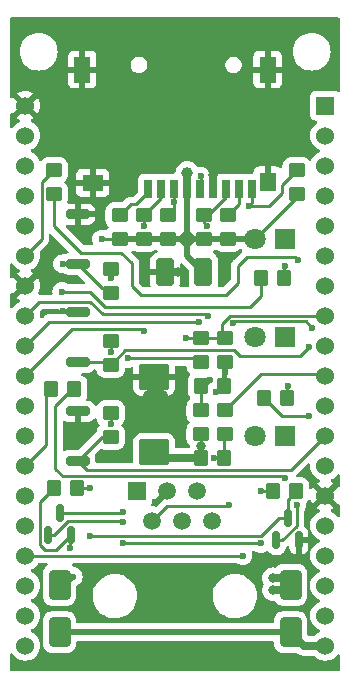
<source format=gbr>
%TF.GenerationSoftware,KiCad,Pcbnew,7.0.8*%
%TF.CreationDate,2023-10-30T21:57:10-05:00*%
%TF.ProjectId,fujinet-adam-devkit-mini,66756a69-6e65-4742-9d61-64616d2d6465,rev?*%
%TF.SameCoordinates,Original*%
%TF.FileFunction,Copper,L1,Top*%
%TF.FilePolarity,Positive*%
%FSLAX46Y46*%
G04 Gerber Fmt 4.6, Leading zero omitted, Abs format (unit mm)*
G04 Created by KiCad (PCBNEW 7.0.8) date 2023-10-30 21:57:10*
%MOMM*%
%LPD*%
G01*
G04 APERTURE LIST*
G04 Aperture macros list*
%AMRoundRect*
0 Rectangle with rounded corners*
0 $1 Rounding radius*
0 $2 $3 $4 $5 $6 $7 $8 $9 X,Y pos of 4 corners*
0 Add a 4 corners polygon primitive as box body*
4,1,4,$2,$3,$4,$5,$6,$7,$8,$9,$2,$3,0*
0 Add four circle primitives for the rounded corners*
1,1,$1+$1,$2,$3*
1,1,$1+$1,$4,$5*
1,1,$1+$1,$6,$7*
1,1,$1+$1,$8,$9*
0 Add four rect primitives between the rounded corners*
20,1,$1+$1,$2,$3,$4,$5,0*
20,1,$1+$1,$4,$5,$6,$7,0*
20,1,$1+$1,$6,$7,$8,$9,0*
20,1,$1+$1,$8,$9,$2,$3,0*%
G04 Aperture macros list end*
%TA.AperFunction,SMDPad,CuDef*%
%ADD10RoundRect,0.250000X0.450000X-0.350000X0.450000X0.350000X-0.450000X0.350000X-0.450000X-0.350000X0*%
%TD*%
%TA.AperFunction,SMDPad,CuDef*%
%ADD11RoundRect,0.150000X0.150000X-0.587500X0.150000X0.587500X-0.150000X0.587500X-0.150000X-0.587500X0*%
%TD*%
%TA.AperFunction,SMDPad,CuDef*%
%ADD12RoundRect,0.250000X-0.350000X-0.450000X0.350000X-0.450000X0.350000X0.450000X-0.350000X0.450000X0*%
%TD*%
%TA.AperFunction,SMDPad,CuDef*%
%ADD13RoundRect,0.250000X-0.450000X0.350000X-0.450000X-0.350000X0.450000X-0.350000X0.450000X0.350000X0*%
%TD*%
%TA.AperFunction,SMDPad,CuDef*%
%ADD14RoundRect,0.200000X0.800000X-0.200000X0.800000X0.200000X-0.800000X0.200000X-0.800000X-0.200000X0*%
%TD*%
%TA.AperFunction,SMDPad,CuDef*%
%ADD15R,0.700000X1.600000*%
%TD*%
%TA.AperFunction,SMDPad,CuDef*%
%ADD16R,1.400000X1.600000*%
%TD*%
%TA.AperFunction,SMDPad,CuDef*%
%ADD17R,1.400000X2.200000*%
%TD*%
%TA.AperFunction,SMDPad,CuDef*%
%ADD18R,1.800000X1.400000*%
%TD*%
%TA.AperFunction,ComponentPad*%
%ADD19R,1.520000X1.520000*%
%TD*%
%TA.AperFunction,ComponentPad*%
%ADD20C,1.520000*%
%TD*%
%TA.AperFunction,SMDPad,CuDef*%
%ADD21RoundRect,0.250000X0.650000X-1.000000X0.650000X1.000000X-0.650000X1.000000X-0.650000X-1.000000X0*%
%TD*%
%TA.AperFunction,SMDPad,CuDef*%
%ADD22RoundRect,0.250000X1.025000X-0.875000X1.025000X0.875000X-1.025000X0.875000X-1.025000X-0.875000X0*%
%TD*%
%TA.AperFunction,SMDPad,CuDef*%
%ADD23RoundRect,0.250001X0.499999X0.924999X-0.499999X0.924999X-0.499999X-0.924999X0.499999X-0.924999X0*%
%TD*%
%TA.AperFunction,ComponentPad*%
%ADD24R,1.800000X1.800000*%
%TD*%
%TA.AperFunction,ComponentPad*%
%ADD25C,1.800000*%
%TD*%
%TA.AperFunction,SMDPad,CuDef*%
%ADD26RoundRect,0.250000X0.350000X0.450000X-0.350000X0.450000X-0.350000X-0.450000X0.350000X-0.450000X0*%
%TD*%
%TA.AperFunction,SMDPad,CuDef*%
%ADD27RoundRect,0.250000X-0.650000X1.000000X-0.650000X-1.000000X0.650000X-1.000000X0.650000X1.000000X0*%
%TD*%
%TA.AperFunction,ComponentPad*%
%ADD28R,1.530000X1.530000*%
%TD*%
%TA.AperFunction,ComponentPad*%
%ADD29C,1.530000*%
%TD*%
%TA.AperFunction,ViaPad*%
%ADD30C,1.000000*%
%TD*%
%TA.AperFunction,ViaPad*%
%ADD31C,0.600000*%
%TD*%
%TA.AperFunction,ViaPad*%
%ADD32C,0.800000*%
%TD*%
%TA.AperFunction,Conductor*%
%ADD33C,0.700000*%
%TD*%
%TA.AperFunction,Conductor*%
%ADD34C,0.250000*%
%TD*%
%TA.AperFunction,Conductor*%
%ADD35C,0.500000*%
%TD*%
G04 APERTURE END LIST*
D10*
%TO.P,R21,1*%
%TO.N,/IO14{slash}TMS*%
X138684000Y-112506000D03*
%TO.P,R21,2*%
%TO.N,+3.3V*%
X138684000Y-110506000D03*
%TD*%
D11*
%TO.P,Q2,1,B*%
%TO.N,Net-(Q2-B)*%
X133416000Y-120825500D03*
%TO.P,Q2,2,E*%
%TO.N,Net-(D5-K)*%
X135316000Y-120825500D03*
%TO.P,Q2,3,C*%
%TO.N,Net-(Q2-C)*%
X134366000Y-118950500D03*
%TD*%
D12*
%TO.P,R10,1*%
%TO.N,/ADAMNET_5V*%
X146320000Y-114300000D03*
%TO.P,R10,2*%
%TO.N,/ADAMNET_RESET*%
X148320000Y-114300000D03*
%TD*%
D13*
%TO.P,R1,1*%
%TO.N,/IO15{slash}TDO*%
X154432000Y-89932000D03*
%TO.P,R1,2*%
%TO.N,+3.3V*%
X154432000Y-91932000D03*
%TD*%
D14*
%TO.P,SW3,1,A*%
%TO.N,/IO14{slash}TMS*%
X135890000Y-114547000D03*
%TO.P,SW3,2,B*%
%TO.N,GND*%
X135890000Y-110347000D03*
%TD*%
D15*
%TO.P,P1,1,DAT2*%
%TO.N,Net-(P1-DAT2)*%
X141875000Y-91506600D03*
%TO.P,P1,2,DAT3*%
%TO.N,/IO5{slash}SPI_CS*%
X142975000Y-91506600D03*
%TO.P,P1,3,CMD*%
%TO.N,/IO23{slash}SPI_MOSI*%
X144075000Y-91506600D03*
%TO.P,P1,4,VDD*%
%TO.N,+3.3V*%
X145175000Y-91506600D03*
%TO.P,P1,5,CLK*%
%TO.N,/IO18{slash}SPI_CLK*%
X146275000Y-91506600D03*
%TO.P,P1,6,VSS*%
%TO.N,GND*%
X147375000Y-91506600D03*
%TO.P,P1,7,DAT0*%
%TO.N,/IO19{slash}SPI_MISO*%
X148475000Y-91506600D03*
%TO.P,P1,8,DAT1*%
%TO.N,Net-(P1-DAT1)*%
X149575000Y-91506600D03*
%TO.P,P1,9,CD*%
%TO.N,/IO15{slash}TDO*%
X150675000Y-91506600D03*
D16*
%TO.P,P1,G1,GND*%
%TO.N,GND*%
X151975000Y-90906600D03*
D17*
%TO.P,P1,G2,GND*%
X151975000Y-81406600D03*
%TO.P,P1,G3,GND*%
X136275000Y-81406600D03*
D18*
%TO.P,P1,G4,GND*%
X137175000Y-91006600D03*
%TD*%
D19*
%TO.P,J1,1*%
%TO.N,/ADAMNET_DATA*%
X140944000Y-117094000D03*
D20*
%TO.P,J1,2*%
%TO.N,/ADAMNET_RESET*%
X142214000Y-119634000D03*
%TO.P,J1,3*%
%TO.N,GND*%
X143484000Y-117094000D03*
%TO.P,J1,4*%
X144754000Y-119634000D03*
%TO.P,J1,5*%
X146024000Y-117094000D03*
%TO.P,J1,6*%
%TO.N,/ADAMNET_5V*%
X147294000Y-119634000D03*
%TD*%
D10*
%TO.P,R20,1*%
%TO.N,/IO34*%
X138684000Y-106410000D03*
%TO.P,R20,2*%
%TO.N,+3.3V*%
X138684000Y-104410000D03*
%TD*%
D13*
%TO.P,R4,1*%
%TO.N,Net-(P1-DAT1)*%
X148590000Y-93742000D03*
%TO.P,R4,2*%
%TO.N,+3.3V*%
X148590000Y-95742000D03*
%TD*%
D10*
%TO.P,R12,1*%
%TO.N,/ADAMNET_5V*%
X146304000Y-112268000D03*
%TO.P,R12,2*%
%TO.N,Net-(U1-IO35)*%
X146304000Y-110268000D03*
%TD*%
%TO.P,R14,1*%
%TO.N,Net-(Q1-B)*%
X133858000Y-91932000D03*
%TO.P,R14,2*%
%TO.N,/IO21{slash}ADAMNET_TX*%
X133858000Y-89932000D03*
%TD*%
D11*
%TO.P,Q1,1,B*%
%TO.N,Net-(Q1-B)*%
X152720000Y-121255000D03*
%TO.P,Q1,2,E*%
%TO.N,GND*%
X154620000Y-121255000D03*
%TO.P,Q1,3,C*%
%TO.N,Net-(Q1-C)*%
X153670000Y-119380000D03*
%TD*%
D13*
%TO.P,R17,1*%
%TO.N,/ADAMNET_DATA*%
X148336000Y-104140000D03*
%TO.P,R17,2*%
%TO.N,GND*%
X148336000Y-106140000D03*
%TD*%
D21*
%TO.P,D4,1,K*%
%TO.N,+5V*%
X153924000Y-129032000D03*
%TO.P,D4,2,A*%
%TO.N,/ADAMNET_5V*%
X153924000Y-125032000D03*
%TD*%
D14*
%TO.P,SW1,2,B*%
%TO.N,GND*%
X135890000Y-93658000D03*
%TO.P,SW1,1,A*%
%TO.N,/IO0*%
X135890000Y-97858000D03*
%TD*%
D22*
%TO.P,C2,1*%
%TO.N,/ADAMNET_5V*%
X142367000Y-113817000D03*
%TO.P,C2,2*%
%TO.N,GND*%
X142367000Y-107417000D03*
%TD*%
D14*
%TO.P,SW2,2,B*%
%TO.N,GND*%
X135890000Y-101972000D03*
%TO.P,SW2,1,A*%
%TO.N,/IO34*%
X135890000Y-106172000D03*
%TD*%
D23*
%TO.P,C1,1*%
%TO.N,+3.3V*%
X146532000Y-98552000D03*
%TO.P,C1,2*%
%TO.N,GND*%
X143282000Y-98552000D03*
%TD*%
D24*
%TO.P,D2,1,K*%
%TO.N,Net-(D2-K)*%
X153421000Y-104072000D03*
D25*
%TO.P,D2,2,A*%
%TO.N,+3.3V*%
X150881000Y-104072000D03*
%TD*%
D26*
%TO.P,R8,1*%
%TO.N,Net-(D2-K)*%
X153654000Y-109220000D03*
%TO.P,R8,2*%
%TO.N,/IO13{slash}LED3{slash}TCK*%
X151654000Y-109220000D03*
%TD*%
D10*
%TO.P,R19,1*%
%TO.N,/IO0*%
X138684000Y-100314000D03*
%TO.P,R19,2*%
%TO.N,+3.3V*%
X138684000Y-98314000D03*
%TD*%
D13*
%TO.P,R5,1*%
%TO.N,Net-(P1-DAT2)*%
X139446000Y-93742000D03*
%TO.P,R5,2*%
%TO.N,+3.3V*%
X139446000Y-95742000D03*
%TD*%
D10*
%TO.P,R18,1*%
%TO.N,Net-(Q2-C)*%
X146304000Y-106140000D03*
%TO.P,R18,2*%
%TO.N,/ADAMNET_DATA*%
X146304000Y-104140000D03*
%TD*%
D26*
%TO.P,R7,1*%
%TO.N,Net-(D1-K)*%
X153400000Y-99060000D03*
%TO.P,R7,2*%
%TO.N,/IO2{slash}LED1*%
X151400000Y-99060000D03*
%TD*%
%TO.P,R9,1*%
%TO.N,Net-(D3-K)*%
X135620000Y-108458000D03*
%TO.P,R9,2*%
%TO.N,/IO4{slash}LED2*%
X133620000Y-108458000D03*
%TD*%
D13*
%TO.P,R6,1*%
%TO.N,/IO5{slash}SPI_CS*%
X141478000Y-93742000D03*
%TO.P,R6,2*%
%TO.N,+3.3V*%
X141478000Y-95742000D03*
%TD*%
D12*
%TO.P,R16,1*%
%TO.N,Net-(Q2-B)*%
X152400000Y-117094000D03*
%TO.P,R16,2*%
%TO.N,Net-(Q1-C)*%
X154400000Y-117094000D03*
%TD*%
D26*
%TO.P,R15,1*%
%TO.N,Net-(Q1-C)*%
X135874000Y-116840000D03*
%TO.P,R15,2*%
%TO.N,Net-(D5-K)*%
X133874000Y-116840000D03*
%TD*%
D10*
%TO.P,R11,1*%
%TO.N,/ADAMNET_RESET*%
X148336000Y-112268000D03*
%TO.P,R11,2*%
%TO.N,Net-(U1-IO26)*%
X148336000Y-110268000D03*
%TD*%
D24*
%TO.P,D1,1,K*%
%TO.N,Net-(D1-K)*%
X153416000Y-95758000D03*
D25*
%TO.P,D1,2,A*%
%TO.N,+3.3V*%
X150876000Y-95758000D03*
%TD*%
D27*
%TO.P,D5,1,K*%
%TO.N,Net-(D5-K)*%
X134366000Y-125032000D03*
%TO.P,D5,2,A*%
%TO.N,+5V*%
X134366000Y-129032000D03*
%TD*%
D24*
%TO.P,D3,1,K*%
%TO.N,Net-(D3-K)*%
X153421000Y-112447000D03*
D25*
%TO.P,D3,2,A*%
%TO.N,+3.3V*%
X150881000Y-112447000D03*
%TD*%
D13*
%TO.P,R3,1*%
%TO.N,/IO19{slash}SPI_MISO*%
X146558000Y-93742000D03*
%TO.P,R3,2*%
%TO.N,+3.3V*%
X146558000Y-95742000D03*
%TD*%
D26*
%TO.P,R13,1*%
%TO.N,GND*%
X148320000Y-108204000D03*
%TO.P,R13,2*%
%TO.N,Net-(U1-IO35)*%
X146320000Y-108204000D03*
%TD*%
D13*
%TO.P,R2,1*%
%TO.N,/IO23{slash}SPI_MOSI*%
X143510000Y-93742000D03*
%TO.P,R2,2*%
%TO.N,+3.3V*%
X143510000Y-95742000D03*
%TD*%
D28*
%TO.P,U1,1,3V3*%
%TO.N,+3.3V*%
X156845000Y-84455000D03*
D29*
%TO.P,U1,2,EN*%
%TO.N,unconnected-(U1-EN-Pad2)*%
X156845000Y-86995000D03*
%TO.P,U1,3,SENSOR_VP*%
%TO.N,unconnected-(U1-SENSOR_VP-Pad3)*%
X156845000Y-89535000D03*
%TO.P,U1,4,SENSOR_VN*%
%TO.N,unconnected-(U1-SENSOR_VN-Pad4)*%
X156845000Y-92075000D03*
%TO.P,U1,5,IO34*%
%TO.N,/IO34*%
X156845000Y-94615000D03*
%TO.P,U1,6,IO35*%
%TO.N,Net-(U1-IO35)*%
X156845000Y-97155000D03*
%TO.P,U1,7,IO32*%
%TO.N,unconnected-(U1-IO32-Pad7)*%
X156845000Y-99695000D03*
%TO.P,U1,8,IO33*%
%TO.N,/ADAMNET_DATA*%
X156845000Y-102235000D03*
%TO.P,U1,9,IO25*%
%TO.N,unconnected-(U1-IO25-Pad9)*%
X156845000Y-104775000D03*
%TO.P,U1,10,IO26*%
%TO.N,Net-(U1-IO26)*%
X156845000Y-107315000D03*
%TO.P,U1,11,IO27*%
%TO.N,unconnected-(U1-IO27-Pad11)*%
X156845000Y-109855000D03*
%TO.P,U1,12,IO14*%
%TO.N,/IO14{slash}TMS*%
X156845000Y-112395000D03*
%TO.P,U1,13,IO12*%
%TO.N,unconnected-(U1-IO12-Pad13)*%
X156845000Y-114935000D03*
%TO.P,U1,14,GND1*%
%TO.N,GND*%
X156845000Y-117475000D03*
%TO.P,U1,15,IO13*%
%TO.N,/IO13{slash}LED3{slash}TCK*%
X156845000Y-120015000D03*
%TO.P,U1,16,SD2*%
%TO.N,unconnected-(U1-SD2-Pad16)*%
X156845000Y-122555000D03*
%TO.P,U1,17,SD3*%
%TO.N,unconnected-(U1-SD3-Pad17)*%
X156845000Y-125095000D03*
%TO.P,U1,18,CMD*%
%TO.N,unconnected-(U1-CMD-Pad18)*%
X156845000Y-127635000D03*
%TO.P,U1,19,EXT_5V*%
%TO.N,+5V*%
X156845000Y-130175000D03*
%TO.P,U1,20,CLK*%
%TO.N,unconnected-(U1-CLK-Pad20)*%
X131445000Y-130175000D03*
%TO.P,U1,21,SD0*%
%TO.N,unconnected-(U1-SD0-Pad21)*%
X131445000Y-127635000D03*
%TO.P,U1,22,SD1*%
%TO.N,unconnected-(U1-SD1-Pad22)*%
X131445000Y-125095000D03*
%TO.P,U1,23,IO15*%
%TO.N,/IO15{slash}TDO*%
X131445000Y-122555000D03*
%TO.P,U1,24,IO2*%
%TO.N,/IO2{slash}LED1*%
X131445000Y-120015000D03*
%TO.P,U1,25,IO0*%
%TO.N,/IO0*%
X131445000Y-117475000D03*
%TO.P,U1,26,IO4*%
%TO.N,/IO4{slash}LED2*%
X131445000Y-114935000D03*
%TO.P,U1,27,IO16*%
%TO.N,unconnected-(U1-IO16-Pad27)*%
X131445000Y-112395000D03*
%TO.P,U1,28,IO17*%
%TO.N,unconnected-(U1-IO17-Pad28)*%
X131445000Y-109855000D03*
%TO.P,U1,29,IO5*%
%TO.N,/IO5{slash}SPI_CS*%
X131445000Y-107315000D03*
%TO.P,U1,30,IO18*%
%TO.N,/IO18{slash}SPI_CLK*%
X131445000Y-104775000D03*
%TO.P,U1,31,IO19*%
%TO.N,/IO19{slash}SPI_MISO*%
X131445000Y-102235000D03*
%TO.P,U1,32,GND2*%
%TO.N,GND*%
X131445000Y-99695000D03*
%TO.P,U1,33,IO21*%
%TO.N,/IO21{slash}ADAMNET_TX*%
X131445000Y-97155000D03*
%TO.P,U1,34,RXD0*%
%TO.N,unconnected-(U1-RXD0-Pad34)*%
X131445000Y-94615000D03*
%TO.P,U1,35,TXD0*%
%TO.N,unconnected-(U1-TXD0-Pad35)*%
X131445000Y-92075000D03*
%TO.P,U1,36,IO22*%
%TO.N,unconnected-(U1-IO22-Pad36)*%
X131445000Y-89535000D03*
%TO.P,U1,37,IO23*%
%TO.N,/IO23{slash}SPI_MOSI*%
X131445000Y-86995000D03*
%TO.P,U1,38,GND3*%
%TO.N,GND*%
X131445000Y-84455000D03*
%TD*%
D30*
%TO.N,+3.3V*%
X145161000Y-90170000D03*
D31*
%TO.N,Net-(Q1-B)*%
X154520993Y-97536000D03*
%TO.N,Net-(D1-K)*%
X153416000Y-98044000D03*
%TO.N,+3.3V*%
X138684000Y-99060000D03*
X138684000Y-111406500D03*
X138684000Y-105310500D03*
X137922000Y-95758000D03*
%TO.N,Net-(D2-K)*%
X153670000Y-108204000D03*
%TO.N,Net-(D3-K)*%
X153416000Y-115949500D03*
D32*
%TO.N,/ADAMNET_5V*%
X152400000Y-124460000D03*
X146304000Y-113284000D03*
X152400000Y-125476000D03*
D31*
%TO.N,Net-(D5-K)*%
X135509000Y-124333000D03*
X135255000Y-121920000D03*
D32*
%TO.N,GND*%
X144399000Y-98552000D03*
D31*
X147574000Y-108712000D03*
X135890000Y-111506000D03*
D32*
X141859000Y-108966000D03*
X147375000Y-90297000D03*
X143129000Y-108966000D03*
D31*
X134620000Y-101871500D03*
D32*
X154559000Y-122809000D03*
X148336000Y-98552000D03*
D31*
%TO.N,/ADAMNET_RESET*%
X148717000Y-118237000D03*
X147419500Y-114300000D03*
%TO.N,/ADAMNET_DATA*%
X145034000Y-104140000D03*
%TO.N,/IO5{slash}SPI_CS*%
X141478000Y-94642500D03*
X141478000Y-103505000D03*
%TO.N,/IO23{slash}SPI_MOSI*%
X144018000Y-92583000D03*
%TO.N,/IO18{slash}SPI_CLK*%
X146304000Y-90424000D03*
X146177000Y-102743000D03*
%TO.N,/IO19{slash}SPI_MISO*%
X146811500Y-94615000D03*
X146939000Y-102282500D03*
%TO.N,/IO15{slash}TDO*%
X150368000Y-92964000D03*
X149860000Y-122555000D03*
%TO.N,Net-(Q1-B)*%
X154432000Y-118293500D03*
%TO.N,Net-(Q1-C)*%
X136906000Y-116840000D03*
X136906000Y-120904000D03*
%TO.N,Net-(Q2-B)*%
X151384000Y-117094000D03*
X151384000Y-121528500D03*
X139700000Y-121528500D03*
X139700000Y-119671503D03*
%TO.N,Net-(Q2-C)*%
X140133589Y-105843589D03*
X139700000Y-118872000D03*
%TO.N,/IO2{slash}LED1*%
X134551250Y-100203000D03*
%TO.N,/IO13{slash}LED3{slash}TCK*%
X155448000Y-110744000D03*
%TO.N,Net-(U1-IO35)*%
X155769993Y-103251000D03*
X149026500Y-102859500D03*
X147066000Y-107696000D03*
%TO.N,/IO0*%
X134620000Y-97858000D03*
%TO.N,/IO34*%
X155448000Y-104902000D03*
%TD*%
D33*
%TO.N,GND*%
X147375000Y-90297000D02*
X147375000Y-91506600D01*
%TO.N,+3.3V*%
X145161000Y-91492600D02*
X145175000Y-91506600D01*
X145161000Y-90170000D02*
X145161000Y-91492600D01*
D34*
%TO.N,Net-(Q1-B)*%
X133858000Y-94615000D02*
X133858000Y-91932000D01*
X136144000Y-96901000D02*
X133858000Y-94615000D01*
X139573000Y-96901000D02*
X136144000Y-96901000D01*
X140462000Y-97790000D02*
X139573000Y-96901000D01*
X140462000Y-99695000D02*
X140462000Y-97790000D01*
X149479000Y-99441000D02*
X148463000Y-100457000D01*
X149479000Y-98044000D02*
X149479000Y-99441000D01*
X150241000Y-97282000D02*
X149479000Y-98044000D01*
X154266993Y-97282000D02*
X150241000Y-97282000D01*
X154520993Y-97536000D02*
X154266993Y-97282000D01*
X148463000Y-100457000D02*
X141224000Y-100457000D01*
X141224000Y-100457000D02*
X140462000Y-99695000D01*
%TO.N,/IO19{slash}SPI_MISO*%
X136969500Y-101092000D02*
X132588000Y-101092000D01*
X132588000Y-101092000D02*
X131445000Y-102235000D01*
X137995500Y-102118000D02*
X136969500Y-101092000D01*
X146774500Y-102118000D02*
X137995500Y-102118000D01*
X146939000Y-102282500D02*
X146774500Y-102118000D01*
%TO.N,/IO2{slash}LED1*%
X150495000Y-101473000D02*
X151400000Y-100568000D01*
X136906000Y-100203000D02*
X138176000Y-101473000D01*
X138176000Y-101473000D02*
X150495000Y-101473000D01*
X151400000Y-100568000D02*
X151400000Y-99314000D01*
X134551250Y-100203000D02*
X136906000Y-100203000D01*
%TO.N,Net-(D1-K)*%
X153400000Y-99060000D02*
X153400000Y-98060000D01*
X153400000Y-98060000D02*
X153416000Y-98044000D01*
%TO.N,+3.3V*%
X138684000Y-99060000D02*
X138684000Y-98314000D01*
X138684000Y-111406500D02*
X138684000Y-110506000D01*
D35*
X144667000Y-95758000D02*
X145175000Y-95250000D01*
X145161000Y-95758000D02*
X144653000Y-95758000D01*
X144653000Y-95758000D02*
X144667000Y-95758000D01*
D34*
X137922000Y-95758000D02*
X139430000Y-95758000D01*
D35*
X145175000Y-95744000D02*
X145161000Y-95758000D01*
X145161000Y-96393000D02*
X145161000Y-97181000D01*
X145669000Y-95744000D02*
X148830000Y-95744000D01*
X145669000Y-95744000D02*
X145669000Y-95758000D01*
X145161000Y-97181000D02*
X146532000Y-98552000D01*
D34*
X138684000Y-104410000D02*
X138684000Y-105310500D01*
D35*
X145175000Y-91506600D02*
X145175000Y-95250000D01*
X148590000Y-95742000D02*
X150860000Y-95742000D01*
X145161000Y-95758000D02*
X145161000Y-96393000D01*
X145175000Y-95250000D02*
X145175000Y-95744000D01*
X145161000Y-96266000D02*
X145161000Y-96393000D01*
X145669000Y-95744000D02*
X145175000Y-95250000D01*
X144653000Y-95758000D02*
X145161000Y-96266000D01*
X145175000Y-95744000D02*
X145669000Y-95744000D01*
D34*
X150876000Y-95758000D02*
X154432000Y-92202000D01*
D35*
X144653000Y-95758000D02*
X139462000Y-95758000D01*
X145669000Y-95758000D02*
X145161000Y-96266000D01*
D34*
%TO.N,Net-(D2-K)*%
X153654000Y-109220000D02*
X153654000Y-108220000D01*
X153654000Y-108220000D02*
X153670000Y-108204000D01*
%TO.N,Net-(D3-K)*%
X133985000Y-115189000D02*
X133985000Y-109855000D01*
X134611000Y-115815000D02*
X133985000Y-115189000D01*
X153416000Y-115949500D02*
X153281500Y-115815000D01*
X133985000Y-109855000D02*
X135382000Y-108458000D01*
X153281500Y-115815000D02*
X134611000Y-115815000D01*
D33*
%TO.N,+5V*%
X156845000Y-130175000D02*
X155067000Y-130175000D01*
X155067000Y-130175000D02*
X153924000Y-129032000D01*
D35*
X153924000Y-129032000D02*
X134366000Y-129032000D01*
D33*
%TO.N,/ADAMNET_5V*%
X146320000Y-114300000D02*
X142850000Y-114300000D01*
X152400000Y-125476000D02*
X153480000Y-125476000D01*
D34*
X146304000Y-113284000D02*
X146304000Y-114284000D01*
D33*
X153352000Y-124460000D02*
X153924000Y-125032000D01*
X152400000Y-124460000D02*
X153352000Y-124460000D01*
D34*
X146304000Y-113284000D02*
X146304000Y-112268000D01*
%TO.N,Net-(D5-K)*%
X134810000Y-125032000D02*
X135509000Y-124333000D01*
X132715000Y-117999000D02*
X133874000Y-116840000D01*
X132715000Y-121663375D02*
X132715000Y-117999000D01*
X134036500Y-122105000D02*
X133156625Y-122105000D01*
X133156625Y-122105000D02*
X132715000Y-121663375D01*
X135316000Y-120825500D02*
X134036500Y-122105000D01*
X135255000Y-121920000D02*
X135255000Y-120886500D01*
D33*
%TO.N,GND*%
X143282000Y-98552000D02*
X144399000Y-98552000D01*
X142367000Y-107417000D02*
X142367000Y-108204000D01*
X142367000Y-108204000D02*
X143129000Y-108966000D01*
D34*
X135890000Y-101972000D02*
X134720500Y-101972000D01*
D33*
X142367000Y-107417000D02*
X142367000Y-108458000D01*
D34*
X148082000Y-108204000D02*
X147574000Y-108712000D01*
D33*
X141859000Y-108966000D02*
X143129000Y-108966000D01*
D34*
X134720500Y-101972000D02*
X134620000Y-101871500D01*
D33*
X142367000Y-108458000D02*
X141859000Y-108966000D01*
D34*
%TO.N,/ADAMNET_RESET*%
X143484000Y-118364000D02*
X142214000Y-119634000D01*
X148717000Y-118237000D02*
X148590000Y-118364000D01*
X148590000Y-118364000D02*
X143484000Y-118364000D01*
X147419500Y-114300000D02*
X148320000Y-114300000D01*
X148320000Y-114300000D02*
X148320000Y-112284000D01*
%TO.N,/ADAMNET_DATA*%
X156845000Y-102235000D02*
X148767116Y-102235000D01*
X148767116Y-102235000D02*
X148082000Y-102920116D01*
X146304000Y-104140000D02*
X145034000Y-104140000D01*
X146304000Y-104140000D02*
X148336000Y-104140000D01*
X148082000Y-102920116D02*
X148082000Y-103886000D01*
%TO.N,Net-(P1-DAT2)*%
X140863000Y-92817000D02*
X140371000Y-92817000D01*
X141875000Y-91805000D02*
X140863000Y-92817000D01*
X140371000Y-92817000D02*
X139446000Y-93742000D01*
%TO.N,/IO5{slash}SPI_CS*%
X141351000Y-103378000D02*
X135382000Y-103378000D01*
X141478000Y-103505000D02*
X141351000Y-103378000D01*
X142975000Y-91506600D02*
X142975000Y-92245000D01*
X135382000Y-103378000D02*
X131445000Y-107315000D01*
X142975000Y-92245000D02*
X141478000Y-93742000D01*
X141478000Y-94642500D02*
X141478000Y-93742000D01*
%TO.N,/IO23{slash}SPI_MOSI*%
X144018000Y-92583000D02*
X144018000Y-91563600D01*
X144075000Y-93177000D02*
X143510000Y-93742000D01*
X144075000Y-91506600D02*
X144075000Y-93177000D01*
%TO.N,/IO18{slash}SPI_CLK*%
X146304000Y-90424000D02*
X146304000Y-91477600D01*
X146177000Y-102743000D02*
X133477000Y-102743000D01*
X133477000Y-102743000D02*
X131445000Y-104775000D01*
%TO.N,/IO19{slash}SPI_MISO*%
X146811500Y-94615000D02*
X146558000Y-94361500D01*
X146558000Y-94361500D02*
X146558000Y-93742000D01*
X146944827Y-93742000D02*
X148475000Y-92211827D01*
X148475000Y-92211827D02*
X148475000Y-91506600D01*
%TO.N,Net-(P1-DAT1)*%
X148590000Y-93742000D02*
X149575000Y-92757000D01*
X149575000Y-92757000D02*
X149575000Y-91506600D01*
%TO.N,/IO15{slash}TDO*%
X154432000Y-89932000D02*
X153178000Y-91186000D01*
X150368000Y-92964000D02*
X150638000Y-92694000D01*
X131445000Y-122555000D02*
X149860000Y-122555000D01*
X152067600Y-92964000D02*
X150368000Y-92964000D01*
X153178000Y-91186000D02*
X153162000Y-91186000D01*
X153162000Y-91869600D02*
X152067600Y-92964000D01*
X153162000Y-91186000D02*
X153162000Y-91869600D01*
X150638000Y-92694000D02*
X150638000Y-91543600D01*
%TO.N,Net-(Q1-B)*%
X153204251Y-121255000D02*
X152720000Y-121255000D01*
X154432000Y-120027251D02*
X153204251Y-121255000D01*
X154432000Y-118293500D02*
X154432000Y-120027251D01*
%TO.N,Net-(Q1-C)*%
X153670000Y-119380000D02*
X152908000Y-119380000D01*
X136906000Y-116840000D02*
X135874000Y-116840000D01*
X151384000Y-120904000D02*
X136906000Y-120904000D01*
X153670000Y-117824000D02*
X154400000Y-117094000D01*
X152908000Y-119380000D02*
X151384000Y-120904000D01*
X153670000Y-119380000D02*
X153670000Y-117824000D01*
%TO.N,Net-(Q2-B)*%
X151384000Y-117094000D02*
X152400000Y-117094000D01*
X133416000Y-120825500D02*
X133906749Y-120825500D01*
X139700000Y-121528500D02*
X151384000Y-121528500D01*
X139662497Y-119634000D02*
X139700000Y-119671503D01*
X133906749Y-120825500D02*
X135098249Y-119634000D01*
X135098249Y-119634000D02*
X139662497Y-119634000D01*
%TO.N,Net-(Q2-C)*%
X134366000Y-118950500D02*
X139621500Y-118950500D01*
X140133589Y-105843589D02*
X146007589Y-105843589D01*
X139621500Y-118950500D02*
X139700000Y-118872000D01*
%TO.N,/IO13{slash}LED3{slash}TCK*%
X155448000Y-110744000D02*
X153178000Y-110744000D01*
X153178000Y-110744000D02*
X151654000Y-109220000D01*
%TO.N,/IO4{slash}LED2*%
X133223000Y-113157000D02*
X133223000Y-108855000D01*
X131445000Y-114935000D02*
X133223000Y-113157000D01*
%TO.N,Net-(U1-IO26)*%
X151416000Y-107188000D02*
X156718000Y-107188000D01*
X148336000Y-110268000D02*
X151416000Y-107188000D01*
%TO.N,Net-(U1-IO35)*%
X146320000Y-108204000D02*
X146320000Y-110252000D01*
X147066000Y-107696000D02*
X146558000Y-108204000D01*
X149201000Y-102685000D02*
X155203993Y-102685000D01*
X149026500Y-102859500D02*
X149201000Y-102685000D01*
X155203993Y-102685000D02*
X155769993Y-103251000D01*
%TO.N,/IO21{slash}ADAMNET_TX*%
X132833000Y-90957000D02*
X133858000Y-89932000D01*
X131445000Y-97155000D02*
X132833000Y-95767000D01*
X132833000Y-95767000D02*
X132833000Y-90957000D01*
%TO.N,/IO0*%
X137922000Y-99890000D02*
X138600000Y-99890000D01*
X134620000Y-97858000D02*
X135890000Y-97858000D01*
X135890000Y-97858000D02*
X137922000Y-99890000D01*
%TO.N,/IO34*%
X135890000Y-106172000D02*
X138684000Y-106172000D01*
X154686000Y-105664000D02*
X149598000Y-105664000D01*
X149090000Y-105156000D02*
X139938000Y-105156000D01*
X139938000Y-105156000D02*
X138684000Y-106410000D01*
X155448000Y-104902000D02*
X154686000Y-105664000D01*
X149598000Y-105664000D02*
X149090000Y-105156000D01*
%TO.N,/IO14{slash}TMS*%
X135890000Y-114547000D02*
X136668000Y-115325000D01*
X136668000Y-115325000D02*
X153915000Y-115325000D01*
X135890000Y-114547000D02*
X137931000Y-112506000D01*
X137931000Y-112506000D02*
X138684000Y-112506000D01*
X153915000Y-115325000D02*
X156845000Y-112395000D01*
%TD*%
%TA.AperFunction,Conductor*%
%TO.N,GND*%
G36*
X156376318Y-117689040D02*
G01*
X156455605Y-117812413D01*
X156566438Y-117908451D01*
X156699839Y-117969373D01*
X156703633Y-117969918D01*
X156144656Y-118528894D01*
X156210083Y-118574706D01*
X156210085Y-118574707D01*
X156333683Y-118632342D01*
X156386122Y-118678514D01*
X156405274Y-118745708D01*
X156385058Y-118812589D01*
X156333683Y-118857106D01*
X156209833Y-118914857D01*
X156028444Y-119041868D01*
X155871868Y-119198444D01*
X155744857Y-119379834D01*
X155744856Y-119379836D01*
X155651279Y-119580513D01*
X155651275Y-119580524D01*
X155593965Y-119794407D01*
X155593964Y-119794414D01*
X155574666Y-120014998D01*
X155574666Y-120015001D01*
X155593964Y-120235585D01*
X155593965Y-120235592D01*
X155651275Y-120449475D01*
X155651279Y-120449486D01*
X155705146Y-120565004D01*
X155744858Y-120650167D01*
X155871868Y-120831555D01*
X156028445Y-120988132D01*
X156209833Y-121115142D01*
X156239552Y-121129000D01*
X156333091Y-121172618D01*
X156385531Y-121218790D01*
X156404683Y-121285983D01*
X156384467Y-121352865D01*
X156333091Y-121397382D01*
X156209836Y-121454856D01*
X156209834Y-121454857D01*
X156028444Y-121581868D01*
X155871868Y-121738444D01*
X155744857Y-121919834D01*
X155744856Y-121919836D01*
X155651279Y-122120513D01*
X155651275Y-122120524D01*
X155593965Y-122334407D01*
X155593964Y-122334414D01*
X155574666Y-122554998D01*
X155574666Y-122555001D01*
X155593964Y-122775585D01*
X155593965Y-122775592D01*
X155651275Y-122989475D01*
X155651279Y-122989486D01*
X155744664Y-123189751D01*
X155744858Y-123190167D01*
X155871868Y-123371555D01*
X156028445Y-123528132D01*
X156209833Y-123655142D01*
X156254238Y-123675848D01*
X156333091Y-123712618D01*
X156385531Y-123758790D01*
X156404683Y-123825983D01*
X156384467Y-123892865D01*
X156333091Y-123937382D01*
X156209836Y-123994856D01*
X156209834Y-123994857D01*
X156028444Y-124121868D01*
X155871868Y-124278444D01*
X155744857Y-124459834D01*
X155744856Y-124459836D01*
X155651279Y-124660513D01*
X155651275Y-124660524D01*
X155593965Y-124874407D01*
X155593964Y-124874414D01*
X155574666Y-125094998D01*
X155574666Y-125095001D01*
X155593964Y-125315585D01*
X155593965Y-125315592D01*
X155651275Y-125529475D01*
X155651279Y-125529486D01*
X155714123Y-125664256D01*
X155744858Y-125730167D01*
X155871868Y-125911555D01*
X156028445Y-126068132D01*
X156209833Y-126195142D01*
X156271828Y-126224050D01*
X156333091Y-126252618D01*
X156385531Y-126298790D01*
X156404683Y-126365983D01*
X156384467Y-126432865D01*
X156333091Y-126477382D01*
X156209836Y-126534856D01*
X156209834Y-126534857D01*
X156028444Y-126661868D01*
X155871868Y-126818444D01*
X155744857Y-126999834D01*
X155744856Y-126999836D01*
X155651279Y-127200513D01*
X155651275Y-127200524D01*
X155593965Y-127414407D01*
X155593964Y-127414414D01*
X155574666Y-127634998D01*
X155574666Y-127635001D01*
X155593964Y-127855585D01*
X155593965Y-127855592D01*
X155651275Y-128069475D01*
X155651279Y-128069486D01*
X155737583Y-128254565D01*
X155744858Y-128270167D01*
X155871868Y-128451555D01*
X156028445Y-128608132D01*
X156209833Y-128735142D01*
X156271828Y-128764050D01*
X156333091Y-128792618D01*
X156385531Y-128838790D01*
X156404683Y-128905983D01*
X156384467Y-128972865D01*
X156333091Y-129017382D01*
X156209836Y-129074856D01*
X156209834Y-129074857D01*
X156028444Y-129201868D01*
X156028441Y-129201871D01*
X155942132Y-129288181D01*
X155880809Y-129321666D01*
X155854451Y-129324500D01*
X155470651Y-129324500D01*
X155403612Y-129304815D01*
X155382970Y-129288181D01*
X155360818Y-129266029D01*
X155327333Y-129204706D01*
X155324499Y-129178348D01*
X155324499Y-127981998D01*
X155324498Y-127981981D01*
X155313999Y-127879203D01*
X155313998Y-127879200D01*
X155302492Y-127844477D01*
X155258814Y-127712666D01*
X155166712Y-127563344D01*
X155042656Y-127439288D01*
X154893334Y-127347186D01*
X154726797Y-127292001D01*
X154726795Y-127292000D01*
X154624010Y-127281500D01*
X153223998Y-127281500D01*
X153223981Y-127281501D01*
X153121203Y-127292000D01*
X153121200Y-127292001D01*
X152954668Y-127347185D01*
X152954663Y-127347187D01*
X152805342Y-127439289D01*
X152681289Y-127563342D01*
X152589187Y-127712663D01*
X152589186Y-127712666D01*
X152534001Y-127879203D01*
X152534001Y-127879204D01*
X152534000Y-127879204D01*
X152523500Y-127981983D01*
X152523500Y-128157500D01*
X152503815Y-128224539D01*
X152451011Y-128270294D01*
X152399500Y-128281500D01*
X135890499Y-128281500D01*
X135823460Y-128261815D01*
X135777705Y-128209011D01*
X135766499Y-128157500D01*
X135766499Y-127981998D01*
X135766498Y-127981981D01*
X135755999Y-127879203D01*
X135755998Y-127879200D01*
X135744492Y-127844477D01*
X135700814Y-127712666D01*
X135608712Y-127563344D01*
X135484656Y-127439288D01*
X135335334Y-127347186D01*
X135168797Y-127292001D01*
X135168795Y-127292000D01*
X135066010Y-127281500D01*
X133665998Y-127281500D01*
X133665981Y-127281501D01*
X133563203Y-127292000D01*
X133563200Y-127292001D01*
X133396668Y-127347185D01*
X133396663Y-127347187D01*
X133247342Y-127439289D01*
X133123289Y-127563342D01*
X133031187Y-127712663D01*
X133031186Y-127712666D01*
X132976001Y-127879203D01*
X132976001Y-127879204D01*
X132976000Y-127879204D01*
X132965500Y-127981983D01*
X132965500Y-130082001D01*
X132965501Y-130082018D01*
X132976000Y-130184796D01*
X132976001Y-130184799D01*
X133031185Y-130351331D01*
X133031186Y-130351334D01*
X133123288Y-130500656D01*
X133247344Y-130624712D01*
X133396666Y-130716814D01*
X133563203Y-130771999D01*
X133665991Y-130782500D01*
X135066008Y-130782499D01*
X135168797Y-130771999D01*
X135335334Y-130716814D01*
X135484656Y-130624712D01*
X135608712Y-130500656D01*
X135700814Y-130351334D01*
X135755999Y-130184797D01*
X135766500Y-130082009D01*
X135766500Y-129906500D01*
X135786185Y-129839461D01*
X135838989Y-129793706D01*
X135890500Y-129782500D01*
X152399501Y-129782500D01*
X152466540Y-129802185D01*
X152512295Y-129854989D01*
X152523501Y-129906500D01*
X152523501Y-130082018D01*
X152534000Y-130184796D01*
X152534001Y-130184799D01*
X152589185Y-130351331D01*
X152589186Y-130351334D01*
X152681288Y-130500656D01*
X152805344Y-130624712D01*
X152954666Y-130716814D01*
X153121203Y-130771999D01*
X153223991Y-130782500D01*
X154418990Y-130782499D01*
X154486029Y-130802184D01*
X154494031Y-130807783D01*
X154543108Y-130845090D01*
X154606246Y-130895842D01*
X154607136Y-130896411D01*
X154625023Y-130907504D01*
X154625934Y-130908053D01*
X154625936Y-130908054D01*
X154699439Y-130942060D01*
X154771979Y-130978036D01*
X154771984Y-130978037D01*
X154771988Y-130978039D01*
X154773127Y-130978458D01*
X154792776Y-130985376D01*
X154793830Y-130985730D01*
X154793833Y-130985732D01*
X154833379Y-130994436D01*
X154872925Y-131003141D01*
X154951505Y-131022684D01*
X154952594Y-131022832D01*
X154973375Y-131025377D01*
X154974502Y-131025499D01*
X154974503Y-131025500D01*
X154974504Y-131025500D01*
X155055469Y-131025500D01*
X155136432Y-131027693D01*
X155136432Y-131027692D01*
X155136435Y-131027693D01*
X155137479Y-131027608D01*
X155159648Y-131025500D01*
X155854451Y-131025500D01*
X155921490Y-131045185D01*
X155942132Y-131061819D01*
X156028445Y-131148132D01*
X156209833Y-131275142D01*
X156330572Y-131331443D01*
X156410513Y-131368720D01*
X156410515Y-131368720D01*
X156410520Y-131368723D01*
X156624409Y-131426035D01*
X156781974Y-131439820D01*
X156844998Y-131445334D01*
X156845000Y-131445334D01*
X156845002Y-131445334D01*
X156900147Y-131440509D01*
X157065591Y-131426035D01*
X157279480Y-131368723D01*
X157480167Y-131275142D01*
X157661555Y-131148132D01*
X157818132Y-130991555D01*
X157857926Y-130934722D01*
X157912502Y-130891100D01*
X157982001Y-130883907D01*
X158044355Y-130915429D01*
X158079769Y-130975659D01*
X158083500Y-131005848D01*
X158083500Y-132209500D01*
X158063815Y-132276539D01*
X158011011Y-132322294D01*
X157959500Y-132333500D01*
X130268500Y-132333500D01*
X130201461Y-132313815D01*
X130155706Y-132261011D01*
X130144500Y-132209500D01*
X130144500Y-130917303D01*
X130164185Y-130850264D01*
X130216989Y-130804509D01*
X130286147Y-130794565D01*
X130349703Y-130823590D01*
X130370070Y-130846174D01*
X130471868Y-130991555D01*
X130628445Y-131148132D01*
X130809833Y-131275142D01*
X130930572Y-131331443D01*
X131010513Y-131368720D01*
X131010515Y-131368720D01*
X131010520Y-131368723D01*
X131224409Y-131426035D01*
X131381974Y-131439820D01*
X131444998Y-131445334D01*
X131445000Y-131445334D01*
X131445002Y-131445334D01*
X131500147Y-131440509D01*
X131665591Y-131426035D01*
X131879480Y-131368723D01*
X132080167Y-131275142D01*
X132261555Y-131148132D01*
X132418132Y-130991555D01*
X132545142Y-130810167D01*
X132638723Y-130609480D01*
X132696035Y-130395591D01*
X132715334Y-130175000D01*
X132696035Y-129954409D01*
X132638723Y-129740520D01*
X132545142Y-129539833D01*
X132418132Y-129358445D01*
X132261555Y-129201868D01*
X132080167Y-129074858D01*
X131956907Y-129017381D01*
X131904468Y-128971210D01*
X131885316Y-128904017D01*
X131905531Y-128837136D01*
X131956908Y-128792618D01*
X132080167Y-128735142D01*
X132261555Y-128608132D01*
X132418132Y-128451555D01*
X132545142Y-128270167D01*
X132638723Y-128069480D01*
X132696035Y-127855591D01*
X132715334Y-127635000D01*
X132696035Y-127414409D01*
X132638723Y-127200520D01*
X132632379Y-127186916D01*
X132581683Y-127078196D01*
X132545142Y-126999833D01*
X132418132Y-126818445D01*
X132261555Y-126661868D01*
X132080167Y-126534858D01*
X131956907Y-126477381D01*
X131904468Y-126431210D01*
X131885316Y-126364017D01*
X131905531Y-126297136D01*
X131956908Y-126252618D01*
X132080167Y-126195142D01*
X132261555Y-126068132D01*
X132418132Y-125911555D01*
X132545142Y-125730167D01*
X132638723Y-125529480D01*
X132696035Y-125315591D01*
X132715334Y-125095000D01*
X132712812Y-125066178D01*
X132704223Y-124968000D01*
X132696035Y-124874409D01*
X132638723Y-124660520D01*
X132545142Y-124459833D01*
X132418132Y-124278445D01*
X132261555Y-124121868D01*
X132080167Y-123994858D01*
X132052588Y-123981998D01*
X131956908Y-123937382D01*
X131904468Y-123891210D01*
X131885316Y-123824017D01*
X131905531Y-123757136D01*
X131956908Y-123712618D01*
X132080167Y-123655142D01*
X132261555Y-123528132D01*
X132418132Y-123371555D01*
X132514887Y-123233374D01*
X132569463Y-123189751D01*
X132616461Y-123180500D01*
X133229668Y-123180500D01*
X133296707Y-123200185D01*
X133342462Y-123252989D01*
X133352406Y-123322147D01*
X133323381Y-123385703D01*
X133294766Y-123410037D01*
X133266884Y-123427235D01*
X133247342Y-123439289D01*
X133123289Y-123563342D01*
X133031187Y-123712663D01*
X133031186Y-123712666D01*
X132976001Y-123879203D01*
X132976001Y-123879204D01*
X132976000Y-123879204D01*
X132965500Y-123981983D01*
X132965500Y-126082001D01*
X132965501Y-126082018D01*
X132976000Y-126184796D01*
X132976001Y-126184799D01*
X133031185Y-126351331D01*
X133031187Y-126351336D01*
X133045155Y-126373981D01*
X133123288Y-126500656D01*
X133247344Y-126624712D01*
X133396666Y-126716814D01*
X133563203Y-126771999D01*
X133665991Y-126782500D01*
X135066008Y-126782499D01*
X135168797Y-126771999D01*
X135335334Y-126716814D01*
X135484656Y-126624712D01*
X135608712Y-126500656D01*
X135700814Y-126351334D01*
X135755999Y-126184797D01*
X135766500Y-126082009D01*
X135766500Y-126052678D01*
X137154737Y-126052678D01*
X137184762Y-126325559D01*
X137184763Y-126325569D01*
X137254202Y-126591178D01*
X137350779Y-126818444D01*
X137361577Y-126843852D01*
X137465806Y-127014637D01*
X137504592Y-127078191D01*
X137504599Y-127078201D01*
X137680199Y-127289207D01*
X137680204Y-127289212D01*
X137680209Y-127289218D01*
X137680216Y-127289224D01*
X137884672Y-127472419D01*
X137884674Y-127472420D01*
X137884677Y-127472423D01*
X138113641Y-127623904D01*
X138362221Y-127740433D01*
X138625119Y-127819527D01*
X138896731Y-127859500D01*
X138896736Y-127859500D01*
X139102552Y-127859500D01*
X139156037Y-127855585D01*
X139307805Y-127844477D01*
X139575775Y-127784784D01*
X139832198Y-127686711D01*
X140071609Y-127552347D01*
X140288904Y-127384557D01*
X140479454Y-127186916D01*
X140639196Y-126963637D01*
X140764727Y-126719479D01*
X140853370Y-126459646D01*
X140903236Y-126189674D01*
X140908242Y-126052678D01*
X147314737Y-126052678D01*
X147344762Y-126325559D01*
X147344763Y-126325569D01*
X147414202Y-126591178D01*
X147510779Y-126818444D01*
X147521577Y-126843852D01*
X147625806Y-127014637D01*
X147664592Y-127078191D01*
X147664599Y-127078201D01*
X147840199Y-127289207D01*
X147840204Y-127289212D01*
X147840209Y-127289218D01*
X147840216Y-127289224D01*
X148044672Y-127472419D01*
X148044674Y-127472420D01*
X148044677Y-127472423D01*
X148273641Y-127623904D01*
X148522221Y-127740433D01*
X148785119Y-127819527D01*
X149056731Y-127859500D01*
X149056736Y-127859500D01*
X149262552Y-127859500D01*
X149316037Y-127855585D01*
X149467805Y-127844477D01*
X149735775Y-127784784D01*
X149992198Y-127686711D01*
X150231609Y-127552347D01*
X150448904Y-127384557D01*
X150639454Y-127186916D01*
X150799196Y-126963637D01*
X150924727Y-126719479D01*
X151013370Y-126459646D01*
X151063236Y-126189674D01*
X151073262Y-125915320D01*
X151043236Y-125642429D01*
X150999726Y-125476000D01*
X151494540Y-125476000D01*
X151514326Y-125664256D01*
X151514327Y-125664259D01*
X151572818Y-125844277D01*
X151572821Y-125844284D01*
X151667467Y-126008216D01*
X151707501Y-126052678D01*
X151794129Y-126148888D01*
X151947265Y-126260148D01*
X151947270Y-126260151D01*
X152120192Y-126337142D01*
X152120197Y-126337144D01*
X152305354Y-126376500D01*
X152305355Y-126376500D01*
X152494642Y-126376500D01*
X152494646Y-126376500D01*
X152506495Y-126373981D01*
X152576160Y-126379296D01*
X152631894Y-126421432D01*
X152637810Y-126430166D01*
X152681288Y-126500656D01*
X152805344Y-126624712D01*
X152954666Y-126716814D01*
X153121203Y-126771999D01*
X153223991Y-126782500D01*
X154624008Y-126782499D01*
X154726797Y-126771999D01*
X154893334Y-126716814D01*
X155042656Y-126624712D01*
X155166712Y-126500656D01*
X155258814Y-126351334D01*
X155313999Y-126184797D01*
X155324500Y-126082009D01*
X155324499Y-123981992D01*
X155313999Y-123879203D01*
X155258814Y-123712666D01*
X155166712Y-123563344D01*
X155042656Y-123439288D01*
X154893334Y-123347186D01*
X154726797Y-123292001D01*
X154726795Y-123292000D01*
X154624010Y-123281500D01*
X153223998Y-123281500D01*
X153223981Y-123281501D01*
X153121203Y-123292000D01*
X153121200Y-123292001D01*
X152954668Y-123347185D01*
X152954663Y-123347187D01*
X152805345Y-123439287D01*
X152699348Y-123545284D01*
X152638025Y-123578768D01*
X152585887Y-123578893D01*
X152494646Y-123559500D01*
X152305354Y-123559500D01*
X152272897Y-123566398D01*
X152120197Y-123598855D01*
X152120192Y-123598857D01*
X151947270Y-123675848D01*
X151947265Y-123675851D01*
X151794129Y-123787111D01*
X151667466Y-123927785D01*
X151572821Y-124091715D01*
X151572818Y-124091722D01*
X151528680Y-124227567D01*
X151514326Y-124271744D01*
X151494540Y-124460000D01*
X151514326Y-124648256D01*
X151514327Y-124648259D01*
X151572820Y-124828283D01*
X151617690Y-124906001D01*
X151634162Y-124973901D01*
X151617690Y-125029999D01*
X151572820Y-125107716D01*
X151549668Y-125178972D01*
X151514326Y-125287744D01*
X151494540Y-125476000D01*
X150999726Y-125476000D01*
X150973796Y-125376818D01*
X150866423Y-125124148D01*
X150723405Y-124889804D01*
X150678015Y-124835262D01*
X150547800Y-124678792D01*
X150547795Y-124678787D01*
X150547791Y-124678782D01*
X150361936Y-124512254D01*
X150343327Y-124495580D01*
X150343324Y-124495578D01*
X150343323Y-124495577D01*
X150114359Y-124344096D01*
X149865779Y-124227567D01*
X149718362Y-124183216D01*
X149602879Y-124148472D01*
X149469915Y-124128904D01*
X149331269Y-124108500D01*
X149125453Y-124108500D01*
X149125448Y-124108500D01*
X148920195Y-124123523D01*
X148920185Y-124123524D01*
X148652229Y-124183214D01*
X148652224Y-124183216D01*
X148395799Y-124281290D01*
X148156392Y-124415652D01*
X148156387Y-124415655D01*
X147939097Y-124583441D01*
X147939088Y-124583450D01*
X147748549Y-124781080D01*
X147748547Y-124781082D01*
X147588805Y-125004361D01*
X147588802Y-125004366D01*
X147463275Y-125248515D01*
X147463271Y-125248525D01*
X147374632Y-125508344D01*
X147374629Y-125508358D01*
X147324765Y-125778314D01*
X147324763Y-125778334D01*
X147314737Y-126052678D01*
X140908242Y-126052678D01*
X140913262Y-125915320D01*
X140883236Y-125642429D01*
X140813796Y-125376818D01*
X140706423Y-125124148D01*
X140563405Y-124889804D01*
X140518015Y-124835262D01*
X140387800Y-124678792D01*
X140387795Y-124678787D01*
X140387791Y-124678782D01*
X140201936Y-124512254D01*
X140183327Y-124495580D01*
X140183324Y-124495578D01*
X140183323Y-124495577D01*
X139954359Y-124344096D01*
X139705779Y-124227567D01*
X139558362Y-124183216D01*
X139442879Y-124148472D01*
X139309915Y-124128904D01*
X139171269Y-124108500D01*
X138965453Y-124108500D01*
X138965448Y-124108500D01*
X138760195Y-124123523D01*
X138760185Y-124123524D01*
X138492229Y-124183214D01*
X138492224Y-124183216D01*
X138235799Y-124281290D01*
X137996392Y-124415652D01*
X137996387Y-124415655D01*
X137779097Y-124583441D01*
X137779088Y-124583450D01*
X137588549Y-124781080D01*
X137588547Y-124781082D01*
X137428805Y-125004361D01*
X137428802Y-125004366D01*
X137303275Y-125248515D01*
X137303271Y-125248525D01*
X137214632Y-125508344D01*
X137214629Y-125508358D01*
X137164765Y-125778314D01*
X137164763Y-125778334D01*
X137154737Y-126052678D01*
X135766500Y-126052678D01*
X135766499Y-125178971D01*
X135786183Y-125111933D01*
X135838987Y-125066178D01*
X135849546Y-125061930D01*
X135852652Y-125060842D01*
X135858522Y-125058789D01*
X136011262Y-124962816D01*
X136138816Y-124835262D01*
X136234789Y-124682522D01*
X136294368Y-124512255D01*
X136296247Y-124495577D01*
X136314565Y-124333003D01*
X136314565Y-124332996D01*
X136294369Y-124153750D01*
X136294368Y-124153745D01*
X136238771Y-123994858D01*
X136234789Y-123983478D01*
X136233855Y-123981992D01*
X136169269Y-123879204D01*
X136138816Y-123830738D01*
X136011262Y-123703184D01*
X135967757Y-123675848D01*
X135858521Y-123607210D01*
X135688249Y-123547630D01*
X135624018Y-123540393D01*
X135559605Y-123513326D01*
X135550222Y-123504854D01*
X135484657Y-123439289D01*
X135484656Y-123439288D01*
X135437234Y-123410038D01*
X135390511Y-123358091D01*
X135379288Y-123289128D01*
X135407132Y-123225046D01*
X135465201Y-123186190D01*
X135502332Y-123180500D01*
X149315145Y-123180500D01*
X149381117Y-123199506D01*
X149466234Y-123252989D01*
X149510478Y-123280789D01*
X149680745Y-123340368D01*
X149680750Y-123340369D01*
X149859996Y-123360565D01*
X149860000Y-123360565D01*
X149860004Y-123360565D01*
X150039249Y-123340369D01*
X150039252Y-123340368D01*
X150039255Y-123340368D01*
X150209522Y-123280789D01*
X150362262Y-123184816D01*
X150489816Y-123057262D01*
X150585789Y-122904522D01*
X150645368Y-122734255D01*
X150665565Y-122555000D01*
X150658579Y-122493000D01*
X150645369Y-122375750D01*
X150645366Y-122375737D01*
X150625497Y-122318955D01*
X150621935Y-122249176D01*
X150656663Y-122188549D01*
X150718656Y-122156321D01*
X150742538Y-122154000D01*
X150839145Y-122154000D01*
X150905117Y-122173006D01*
X151026340Y-122249176D01*
X151034478Y-122254289D01*
X151140421Y-122291360D01*
X151204745Y-122313868D01*
X151204750Y-122313869D01*
X151383996Y-122334065D01*
X151384000Y-122334065D01*
X151384004Y-122334065D01*
X151563249Y-122313869D01*
X151563252Y-122313868D01*
X151563255Y-122313868D01*
X151733522Y-122254289D01*
X151741660Y-122249176D01*
X151811204Y-122205478D01*
X151862077Y-122173512D01*
X151929312Y-122154512D01*
X151996147Y-122174879D01*
X152034780Y-122215385D01*
X152051916Y-122244361D01*
X152051923Y-122244370D01*
X152168129Y-122360576D01*
X152168133Y-122360579D01*
X152168135Y-122360581D01*
X152309602Y-122444244D01*
X152351224Y-122456336D01*
X152467426Y-122490097D01*
X152467429Y-122490097D01*
X152467431Y-122490098D01*
X152479722Y-122491065D01*
X152504304Y-122493000D01*
X152504306Y-122493000D01*
X152935696Y-122493000D01*
X152954131Y-122491549D01*
X152972569Y-122490098D01*
X152972571Y-122490097D01*
X152972573Y-122490097D01*
X153014191Y-122478005D01*
X153130398Y-122444244D01*
X153271865Y-122360581D01*
X153388081Y-122244365D01*
X153471744Y-122102898D01*
X153517598Y-121945069D01*
X153520114Y-121913097D01*
X153520500Y-121908196D01*
X153520500Y-121865397D01*
X153540185Y-121798358D01*
X153581378Y-121758665D01*
X153590671Y-121753170D01*
X153604840Y-121738999D01*
X153619646Y-121726357D01*
X153623142Y-121723818D01*
X153688955Y-121700356D01*
X153757004Y-121716200D01*
X153805685Y-121766319D01*
X153820000Y-121824156D01*
X153820000Y-121908144D01*
X153822899Y-121944989D01*
X153822900Y-121944995D01*
X153868716Y-122102693D01*
X153868717Y-122102696D01*
X153952314Y-122244052D01*
X153952321Y-122244061D01*
X154068438Y-122360178D01*
X154068447Y-122360185D01*
X154209801Y-122443781D01*
X154367514Y-122489600D01*
X154367511Y-122489600D01*
X154369998Y-122489795D01*
X154370000Y-122489795D01*
X154370000Y-121505000D01*
X154870000Y-121505000D01*
X154870000Y-122489795D01*
X154870001Y-122489795D01*
X154872486Y-122489600D01*
X155030198Y-122443781D01*
X155171552Y-122360185D01*
X155171561Y-122360178D01*
X155287678Y-122244061D01*
X155287685Y-122244052D01*
X155371282Y-122102696D01*
X155371283Y-122102693D01*
X155417099Y-121944995D01*
X155417100Y-121944989D01*
X155420000Y-121908144D01*
X155420000Y-121505000D01*
X154870000Y-121505000D01*
X154370000Y-121505000D01*
X154370000Y-121129000D01*
X154389685Y-121061961D01*
X154442489Y-121016206D01*
X154494000Y-121005000D01*
X155420000Y-121005000D01*
X155420000Y-120601856D01*
X155417100Y-120565010D01*
X155417099Y-120565004D01*
X155371283Y-120407306D01*
X155371282Y-120407303D01*
X155287685Y-120265947D01*
X155287678Y-120265938D01*
X155171561Y-120149821D01*
X155171552Y-120149814D01*
X155120354Y-120119536D01*
X155072670Y-120068467D01*
X155060025Y-120024471D01*
X155057775Y-120000664D01*
X155057500Y-119994828D01*
X155057500Y-118838354D01*
X155076507Y-118772381D01*
X155078421Y-118769336D01*
X155128314Y-118689931D01*
X155157788Y-118643024D01*
X155157789Y-118643022D01*
X155217368Y-118472755D01*
X155217369Y-118472749D01*
X155237565Y-118293503D01*
X155237565Y-118293497D01*
X155226459Y-118194934D01*
X155238513Y-118126112D01*
X155261999Y-118093368D01*
X155285516Y-118069852D01*
X155342712Y-118012656D01*
X155426549Y-117876732D01*
X155478495Y-117830009D01*
X155547458Y-117818786D01*
X155611540Y-117846629D01*
X155650397Y-117904698D01*
X155651693Y-117909157D01*
X155651749Y-117909309D01*
X155745295Y-118109919D01*
X155791103Y-118175341D01*
X155791105Y-118175342D01*
X156353866Y-117612580D01*
X156376318Y-117689040D01*
G37*
%TD.AperFunction*%
%TA.AperFunction,Conductor*%
G36*
X157898894Y-118175342D02*
G01*
X157948692Y-118170985D01*
X158017192Y-118184751D01*
X158067375Y-118233366D01*
X158083500Y-118294513D01*
X158083500Y-119184151D01*
X158063815Y-119251190D01*
X158011011Y-119296945D01*
X157941853Y-119306889D01*
X157878297Y-119277864D01*
X157857926Y-119255275D01*
X157818137Y-119198452D01*
X157818136Y-119198451D01*
X157818132Y-119198445D01*
X157661555Y-119041868D01*
X157480167Y-118914858D01*
X157466807Y-118908628D01*
X157356317Y-118857106D01*
X157303877Y-118810934D01*
X157284725Y-118743741D01*
X157304941Y-118676859D01*
X157356317Y-118632342D01*
X157479912Y-118574708D01*
X157479914Y-118574707D01*
X157545342Y-118528894D01*
X156986366Y-117969918D01*
X156990161Y-117969373D01*
X157123562Y-117908451D01*
X157234395Y-117812413D01*
X157313682Y-117689040D01*
X157336133Y-117612580D01*
X157898894Y-118175342D01*
G37*
%TD.AperFunction*%
%TA.AperFunction,Conductor*%
G36*
X143100062Y-117125814D02*
G01*
X143131195Y-117248755D01*
X143200559Y-117354925D01*
X143300639Y-117432821D01*
X143420589Y-117474000D01*
X143457553Y-117474000D01*
X142777026Y-118154526D01*
X142771003Y-118184496D01*
X142748925Y-118214482D01*
X142596162Y-118367246D01*
X142534838Y-118400731D01*
X142476389Y-118399340D01*
X142433730Y-118387910D01*
X142433722Y-118387908D01*
X142433720Y-118387908D01*
X142433717Y-118387907D01*
X142433713Y-118387907D01*
X142214002Y-118368685D01*
X142213997Y-118368685D01*
X142201251Y-118369800D01*
X142132752Y-118356033D01*
X142082569Y-118307417D01*
X142066636Y-118239389D01*
X142090012Y-118173545D01*
X142091113Y-118172049D01*
X142147796Y-118096331D01*
X142198091Y-117961483D01*
X142204500Y-117901873D01*
X142204499Y-117856704D01*
X142224182Y-117789668D01*
X142276985Y-117743912D01*
X142346144Y-117733967D01*
X142409700Y-117762990D01*
X142430074Y-117785582D01*
X142433694Y-117790751D01*
X143100191Y-117124253D01*
X143100062Y-117125814D01*
G37*
%TD.AperFunction*%
%TA.AperFunction,Conductor*%
G36*
X155501698Y-114725403D02*
G01*
X155557632Y-114767275D01*
X155582049Y-114832739D01*
X155581893Y-114852392D01*
X155574666Y-114934997D01*
X155574666Y-114935001D01*
X155593964Y-115155585D01*
X155593965Y-115155592D01*
X155651275Y-115369475D01*
X155651279Y-115369486D01*
X155727432Y-115532796D01*
X155744858Y-115570167D01*
X155871868Y-115751555D01*
X156028445Y-115908132D01*
X156209833Y-116035142D01*
X156333682Y-116092893D01*
X156386122Y-116139065D01*
X156405274Y-116206258D01*
X156385059Y-116273139D01*
X156333683Y-116317657D01*
X156210084Y-116375293D01*
X156144657Y-116421104D01*
X156703634Y-116980081D01*
X156699839Y-116980627D01*
X156566438Y-117041549D01*
X156455605Y-117137587D01*
X156376318Y-117260960D01*
X156353866Y-117337419D01*
X155791104Y-116774657D01*
X155745292Y-116840084D01*
X155736880Y-116858125D01*
X155690707Y-116910563D01*
X155623513Y-116929714D01*
X155556632Y-116909497D01*
X155511298Y-116856331D01*
X155500499Y-116805718D01*
X155500499Y-116593998D01*
X155500498Y-116593980D01*
X155489999Y-116491203D01*
X155489998Y-116491200D01*
X155473967Y-116442821D01*
X155434814Y-116324666D01*
X155342712Y-116175344D01*
X155218656Y-116051288D01*
X155069334Y-115959186D01*
X154902797Y-115904001D01*
X154902795Y-115904000D01*
X154800016Y-115893500D01*
X154800009Y-115893500D01*
X154530451Y-115893500D01*
X154463412Y-115873815D01*
X154417657Y-115821011D01*
X154407713Y-115751853D01*
X154436738Y-115688297D01*
X154442770Y-115681819D01*
X154896246Y-115228343D01*
X155370686Y-114753902D01*
X155432007Y-114720419D01*
X155501698Y-114725403D01*
G37*
%TD.AperFunction*%
%TA.AperFunction,Conductor*%
G36*
X158044355Y-115675429D02*
G01*
X158079769Y-115735659D01*
X158083500Y-115765848D01*
X158083500Y-116655486D01*
X158063815Y-116722525D01*
X158011011Y-116768280D01*
X157948692Y-116779014D01*
X157898894Y-116774656D01*
X157336132Y-117337418D01*
X157313682Y-117260960D01*
X157234395Y-117137587D01*
X157123562Y-117041549D01*
X156990161Y-116980627D01*
X156986366Y-116980081D01*
X157545342Y-116421105D01*
X157545341Y-116421103D01*
X157479919Y-116375295D01*
X157356316Y-116317657D01*
X157303877Y-116271484D01*
X157284725Y-116204291D01*
X157304941Y-116137410D01*
X157356312Y-116092895D01*
X157480167Y-116035142D01*
X157661555Y-115908132D01*
X157818132Y-115751555D01*
X157857926Y-115694722D01*
X157912502Y-115651100D01*
X157982001Y-115643907D01*
X158044355Y-115675429D01*
G37*
%TD.AperFunction*%
%TA.AperFunction,Conductor*%
G36*
X145051317Y-106488774D02*
G01*
X145097072Y-106541578D01*
X145107636Y-106580488D01*
X145114000Y-106642796D01*
X145114001Y-106642799D01*
X145169185Y-106809331D01*
X145169187Y-106809336D01*
X145184288Y-106833819D01*
X145261096Y-106958345D01*
X145261289Y-106958657D01*
X145390451Y-107087819D01*
X145389411Y-107088858D01*
X145425078Y-107139212D01*
X145428227Y-107209010D01*
X145395479Y-107267152D01*
X145377289Y-107285342D01*
X145285187Y-107434663D01*
X145285185Y-107434668D01*
X145285115Y-107434880D01*
X145230001Y-107601203D01*
X145230001Y-107601204D01*
X145230000Y-107601204D01*
X145219500Y-107703983D01*
X145219500Y-108704001D01*
X145219501Y-108704019D01*
X145230000Y-108806796D01*
X145230001Y-108806799D01*
X145272206Y-108934164D01*
X145285186Y-108973334D01*
X145374581Y-109118268D01*
X145377289Y-109122657D01*
X145395476Y-109140844D01*
X145428961Y-109202167D01*
X145423977Y-109271859D01*
X145389494Y-109319224D01*
X145390451Y-109320181D01*
X145261289Y-109449342D01*
X145169187Y-109598663D01*
X145169185Y-109598668D01*
X145149359Y-109658499D01*
X145114001Y-109765203D01*
X145114001Y-109765204D01*
X145114000Y-109765204D01*
X145103500Y-109867983D01*
X145103500Y-110668001D01*
X145103501Y-110668019D01*
X145114000Y-110770796D01*
X145114001Y-110770799D01*
X145169185Y-110937331D01*
X145169187Y-110937336D01*
X145183230Y-110960103D01*
X145236520Y-111046501D01*
X145261289Y-111086657D01*
X145354951Y-111180319D01*
X145388436Y-111241642D01*
X145383452Y-111311334D01*
X145354951Y-111355681D01*
X145261289Y-111449342D01*
X145169187Y-111598663D01*
X145169185Y-111598668D01*
X145157055Y-111635275D01*
X145114001Y-111765203D01*
X145114001Y-111765204D01*
X145114000Y-111765204D01*
X145103500Y-111867983D01*
X145103500Y-112668001D01*
X145103501Y-112668019D01*
X145114000Y-112770796D01*
X145114001Y-112770799D01*
X145154157Y-112891981D01*
X145169186Y-112937334D01*
X145251177Y-113070264D01*
X145261289Y-113086657D01*
X145362433Y-113187801D01*
X145395918Y-113249124D01*
X145397476Y-113277502D01*
X145398540Y-113277502D01*
X145398540Y-113284006D01*
X145399796Y-113295963D01*
X145387223Y-113364692D01*
X145380683Y-113374952D01*
X145381080Y-113375197D01*
X145377289Y-113381342D01*
X145377288Y-113381344D01*
X145371580Y-113390597D01*
X145319635Y-113437321D01*
X145266043Y-113449500D01*
X144266499Y-113449500D01*
X144199460Y-113429815D01*
X144153705Y-113377011D01*
X144142499Y-113325500D01*
X144142499Y-112891998D01*
X144142498Y-112891981D01*
X144131999Y-112789203D01*
X144131998Y-112789200D01*
X144129361Y-112781243D01*
X144076814Y-112622666D01*
X143984712Y-112473344D01*
X143860656Y-112349288D01*
X143711334Y-112257186D01*
X143544797Y-112202001D01*
X143544795Y-112202000D01*
X143442010Y-112191500D01*
X141291998Y-112191500D01*
X141291981Y-112191501D01*
X141189203Y-112202000D01*
X141189200Y-112202001D01*
X141022668Y-112257185D01*
X141022663Y-112257187D01*
X140873342Y-112349289D01*
X140749289Y-112473342D01*
X140657187Y-112622663D01*
X140657186Y-112622666D01*
X140602001Y-112789203D01*
X140602001Y-112789204D01*
X140602000Y-112789204D01*
X140591500Y-112891983D01*
X140591500Y-112891991D01*
X140591500Y-113791528D01*
X140591501Y-114575500D01*
X140571816Y-114642539D01*
X140519013Y-114688294D01*
X140467501Y-114699500D01*
X137514500Y-114699500D01*
X137447461Y-114679815D01*
X137401706Y-114627011D01*
X137390500Y-114575500D01*
X137390500Y-114290386D01*
X137389839Y-114283115D01*
X137384086Y-114219804D01*
X137339317Y-114076135D01*
X137338168Y-114006276D01*
X137370021Y-113951568D01*
X137762526Y-113559062D01*
X137823847Y-113525579D01*
X137893538Y-113530563D01*
X137911052Y-113539128D01*
X137914659Y-113540810D01*
X137914666Y-113540814D01*
X138081203Y-113595999D01*
X138183991Y-113606500D01*
X139184008Y-113606499D01*
X139184016Y-113606498D01*
X139184019Y-113606498D01*
X139240302Y-113600748D01*
X139286797Y-113595999D01*
X139453334Y-113540814D01*
X139602656Y-113448712D01*
X139726712Y-113324656D01*
X139818814Y-113175334D01*
X139873999Y-113008797D01*
X139884500Y-112906009D01*
X139884499Y-112105992D01*
X139883466Y-112095883D01*
X139873999Y-112003203D01*
X139873998Y-112003200D01*
X139869856Y-111990700D01*
X139818814Y-111836666D01*
X139726712Y-111687344D01*
X139633049Y-111593681D01*
X139599564Y-111532358D01*
X139604548Y-111462666D01*
X139633049Y-111418319D01*
X139677552Y-111373816D01*
X139726712Y-111324656D01*
X139818814Y-111175334D01*
X139873999Y-111008797D01*
X139884500Y-110906009D01*
X139884499Y-110105992D01*
X139883580Y-110097000D01*
X139873999Y-110003203D01*
X139873998Y-110003200D01*
X139865267Y-109976853D01*
X139818814Y-109836666D01*
X139726712Y-109687344D01*
X139602656Y-109563288D01*
X139453334Y-109471186D01*
X139286797Y-109416001D01*
X139286795Y-109416000D01*
X139184010Y-109405500D01*
X138183998Y-109405500D01*
X138183980Y-109405501D01*
X138081203Y-109416000D01*
X138081200Y-109416001D01*
X137914668Y-109471185D01*
X137914663Y-109471187D01*
X137765342Y-109563289D01*
X137641289Y-109687342D01*
X137549182Y-109836672D01*
X137547779Y-109839682D01*
X137546267Y-109841398D01*
X137545395Y-109842813D01*
X137545153Y-109842663D01*
X137501604Y-109892120D01*
X137434410Y-109911269D01*
X137367530Y-109891050D01*
X137329282Y-109851423D01*
X137245072Y-109712122D01*
X137124877Y-109591927D01*
X136979395Y-109503980D01*
X136979396Y-109503980D01*
X136817105Y-109453409D01*
X136817106Y-109453409D01*
X136746572Y-109447000D01*
X136741498Y-109447000D01*
X136674459Y-109427315D01*
X136628704Y-109374511D01*
X136618760Y-109305353D01*
X136635959Y-109257904D01*
X136642862Y-109246712D01*
X136654814Y-109227334D01*
X136709999Y-109060797D01*
X136720500Y-108958009D01*
X136720499Y-107957992D01*
X136720208Y-107955147D01*
X136709999Y-107855203D01*
X136709998Y-107855200D01*
X136696180Y-107813500D01*
X136654814Y-107688666D01*
X136641450Y-107667000D01*
X140592001Y-107667000D01*
X140592001Y-108341986D01*
X140602494Y-108444697D01*
X140657641Y-108611119D01*
X140657643Y-108611124D01*
X140749684Y-108760345D01*
X140873654Y-108884315D01*
X141022875Y-108976356D01*
X141022880Y-108976358D01*
X141189302Y-109031505D01*
X141189309Y-109031506D01*
X141292019Y-109041999D01*
X142116999Y-109041999D01*
X142117000Y-109041998D01*
X142117000Y-107667000D01*
X142617000Y-107667000D01*
X142617000Y-109041999D01*
X143441972Y-109041999D01*
X143441986Y-109041998D01*
X143544697Y-109031505D01*
X143711119Y-108976358D01*
X143711124Y-108976356D01*
X143860345Y-108884315D01*
X143984315Y-108760345D01*
X144076356Y-108611124D01*
X144076358Y-108611119D01*
X144131505Y-108444697D01*
X144131506Y-108444690D01*
X144141999Y-108341986D01*
X144142000Y-108341973D01*
X144142000Y-107667000D01*
X142617000Y-107667000D01*
X142117000Y-107667000D01*
X140592001Y-107667000D01*
X136641450Y-107667000D01*
X136562712Y-107539344D01*
X136438656Y-107415288D01*
X136327097Y-107346478D01*
X136289336Y-107323187D01*
X136289331Y-107323185D01*
X136288936Y-107323054D01*
X136262231Y-107314205D01*
X136204788Y-107274433D01*
X136177965Y-107209917D01*
X136190280Y-107141142D01*
X136237823Y-107089942D01*
X136301237Y-107072500D01*
X136746613Y-107072500D01*
X136746616Y-107072500D01*
X136817196Y-107066086D01*
X136979606Y-107015478D01*
X137125185Y-106927472D01*
X137143756Y-106908901D01*
X137218839Y-106833819D01*
X137280162Y-106800334D01*
X137306520Y-106797500D01*
X137370245Y-106797500D01*
X137437284Y-106817185D01*
X137483039Y-106869989D01*
X137493603Y-106908901D01*
X137494000Y-106912795D01*
X137494001Y-106912799D01*
X137549185Y-107079331D01*
X137549187Y-107079336D01*
X137558484Y-107094409D01*
X137641288Y-107228656D01*
X137765344Y-107352712D01*
X137914666Y-107444814D01*
X138081203Y-107499999D01*
X138183991Y-107510500D01*
X139184008Y-107510499D01*
X139184016Y-107510498D01*
X139184019Y-107510498D01*
X139240302Y-107504748D01*
X139286797Y-107499999D01*
X139453334Y-107444814D01*
X139602656Y-107352712D01*
X139726712Y-107228656D01*
X139818814Y-107079334D01*
X139873999Y-106912797D01*
X139884500Y-106810009D01*
X139884499Y-106759843D01*
X139904182Y-106692806D01*
X139956985Y-106647051D01*
X140022382Y-106636624D01*
X140075969Y-106642661D01*
X140133587Y-106649154D01*
X140133589Y-106649154D01*
X140133593Y-106649154D01*
X140312838Y-106628958D01*
X140312840Y-106628957D01*
X140312844Y-106628957D01*
X140312847Y-106628955D01*
X140312851Y-106628955D01*
X140427045Y-106588997D01*
X140496824Y-106585435D01*
X140557451Y-106620163D01*
X140589679Y-106682157D01*
X140592000Y-106706038D01*
X140592000Y-107167000D01*
X144141999Y-107167000D01*
X144141999Y-106593089D01*
X144161684Y-106526050D01*
X144214488Y-106480295D01*
X144265999Y-106469089D01*
X144984278Y-106469089D01*
X145051317Y-106488774D01*
G37*
%TD.AperFunction*%
%TA.AperFunction,Conductor*%
G36*
X136083039Y-110116685D02*
G01*
X136128794Y-110169489D01*
X136140000Y-110221000D01*
X136140000Y-111246999D01*
X136746581Y-111246999D01*
X136817102Y-111240591D01*
X136817107Y-111240590D01*
X136979396Y-111190018D01*
X137124877Y-111102072D01*
X137245070Y-110981879D01*
X137263865Y-110950789D01*
X137315393Y-110903601D01*
X137384252Y-110891762D01*
X137448581Y-110919030D01*
X137487956Y-110976748D01*
X137493341Y-111002336D01*
X137494001Y-111008797D01*
X137494001Y-111008799D01*
X137549185Y-111175331D01*
X137549187Y-111175336D01*
X137557516Y-111188839D01*
X137622968Y-111294955D01*
X137641289Y-111324657D01*
X137734951Y-111418319D01*
X137768436Y-111479642D01*
X137763452Y-111549334D01*
X137734951Y-111593681D01*
X137641289Y-111687342D01*
X137549187Y-111836663D01*
X137549185Y-111836668D01*
X137494000Y-112003205D01*
X137492202Y-112020807D01*
X137465804Y-112085499D01*
X137456525Y-112095883D01*
X135942228Y-113610181D01*
X135880905Y-113643666D01*
X135854547Y-113646500D01*
X135033384Y-113646500D01*
X135014145Y-113648248D01*
X134962807Y-113652913D01*
X134800390Y-113703523D01*
X134798643Y-113704580D01*
X134797192Y-113704962D01*
X134793555Y-113706600D01*
X134793282Y-113705994D01*
X134731087Y-113722412D01*
X134664615Y-113700890D01*
X134620331Y-113646847D01*
X134610500Y-113598459D01*
X134610500Y-111294955D01*
X134630185Y-111227916D01*
X134682989Y-111182161D01*
X134752147Y-111172217D01*
X134793703Y-111187070D01*
X134793762Y-111186940D01*
X134795397Y-111187676D01*
X134798651Y-111188839D01*
X134800602Y-111190018D01*
X134800603Y-111190019D01*
X134962894Y-111240590D01*
X134962893Y-111240590D01*
X135033427Y-111246999D01*
X135639999Y-111246999D01*
X135640000Y-111246998D01*
X135640000Y-110221000D01*
X135659685Y-110153961D01*
X135712489Y-110108206D01*
X135764000Y-110097000D01*
X136016000Y-110097000D01*
X136083039Y-110116685D01*
G37*
%TD.AperFunction*%
%TA.AperFunction,Conductor*%
G36*
X148529039Y-105909685D02*
G01*
X148574794Y-105962489D01*
X148586000Y-106014000D01*
X148586000Y-107212638D01*
X148570000Y-107267127D01*
X148570000Y-108330000D01*
X148550315Y-108397039D01*
X148497511Y-108442794D01*
X148446000Y-108454000D01*
X148194000Y-108454000D01*
X148126961Y-108434315D01*
X148081206Y-108381511D01*
X148070000Y-108330000D01*
X148070000Y-107031362D01*
X148086000Y-106976872D01*
X148086000Y-106014000D01*
X148105685Y-105946961D01*
X148158489Y-105901206D01*
X148210000Y-105890000D01*
X148462000Y-105890000D01*
X148529039Y-105909685D01*
G37*
%TD.AperFunction*%
%TA.AperFunction,Conductor*%
G36*
X134349463Y-101722000D02*
G01*
X136016000Y-101722000D01*
X136083039Y-101741685D01*
X136128794Y-101794489D01*
X136140000Y-101846000D01*
X136140000Y-101993500D01*
X136120315Y-102060539D01*
X136067511Y-102106294D01*
X136016000Y-102117500D01*
X133559743Y-102117500D01*
X133544122Y-102115775D01*
X133544096Y-102116061D01*
X133536334Y-102115327D01*
X133536333Y-102115327D01*
X133467186Y-102117500D01*
X133437649Y-102117500D01*
X133430766Y-102118369D01*
X133424949Y-102118826D01*
X133378373Y-102120290D01*
X133359129Y-102125881D01*
X133340079Y-102129825D01*
X133320211Y-102132334D01*
X133276884Y-102149488D01*
X133271358Y-102151379D01*
X133226614Y-102164379D01*
X133226610Y-102164381D01*
X133209366Y-102174579D01*
X133191905Y-102183133D01*
X133173274Y-102190510D01*
X133173262Y-102190517D01*
X133135570Y-102217902D01*
X133130687Y-102221109D01*
X133090580Y-102244829D01*
X133076414Y-102258995D01*
X133061624Y-102271627D01*
X133045414Y-102283404D01*
X133045411Y-102283407D01*
X133015710Y-102319309D01*
X133011777Y-102323631D01*
X132919316Y-102416092D01*
X132857993Y-102449577D01*
X132788301Y-102444593D01*
X132732368Y-102402721D01*
X132707951Y-102337257D01*
X132708107Y-102317603D01*
X132712130Y-102271627D01*
X132715334Y-102235000D01*
X132696035Y-102014409D01*
X132683741Y-101968528D01*
X132685404Y-101898679D01*
X132715834Y-101848756D01*
X132810773Y-101753818D01*
X132872096Y-101720334D01*
X132898453Y-101717500D01*
X134334138Y-101717500D01*
X134349463Y-101722000D01*
G37*
%TD.AperFunction*%
%TA.AperFunction,Conductor*%
G36*
X130976318Y-99909040D02*
G01*
X131055605Y-100032413D01*
X131166438Y-100128451D01*
X131299839Y-100189373D01*
X131303633Y-100189918D01*
X130744656Y-100748894D01*
X130810083Y-100794706D01*
X130810085Y-100794707D01*
X130933683Y-100852342D01*
X130986122Y-100898514D01*
X131005274Y-100965708D01*
X130985058Y-101032589D01*
X130933683Y-101077106D01*
X130809833Y-101134857D01*
X130628444Y-101261868D01*
X130471868Y-101418444D01*
X130416258Y-101497864D01*
X130375114Y-101556624D01*
X130370075Y-101563820D01*
X130315497Y-101607445D01*
X130245999Y-101614637D01*
X130183644Y-101583115D01*
X130148231Y-101522885D01*
X130144500Y-101492696D01*
X130144500Y-100436432D01*
X130164185Y-100369393D01*
X130216989Y-100323638D01*
X130286147Y-100313694D01*
X130349703Y-100342719D01*
X130370075Y-100365309D01*
X130391104Y-100395341D01*
X130391105Y-100395342D01*
X130953866Y-99832580D01*
X130976318Y-99909040D01*
G37*
%TD.AperFunction*%
%TA.AperFunction,Conductor*%
G36*
X133663703Y-95305739D02*
G01*
X133670181Y-95311771D01*
X135105162Y-96746753D01*
X135138647Y-96808076D01*
X135133663Y-96877768D01*
X135091791Y-96933701D01*
X135028704Y-96957925D01*
X134962806Y-96963913D01*
X134881599Y-96989218D01*
X134800394Y-97014522D01*
X134800392Y-97014522D01*
X134800392Y-97014523D01*
X134755295Y-97041784D01*
X134687740Y-97059619D01*
X134677265Y-97058886D01*
X134620005Y-97052435D01*
X134619996Y-97052435D01*
X134440750Y-97072630D01*
X134440745Y-97072631D01*
X134270476Y-97132211D01*
X134117737Y-97228184D01*
X133990184Y-97355737D01*
X133894211Y-97508476D01*
X133834631Y-97678745D01*
X133834630Y-97678750D01*
X133814435Y-97857996D01*
X133814435Y-97858003D01*
X133834630Y-98037249D01*
X133834631Y-98037254D01*
X133894211Y-98207523D01*
X133954260Y-98303090D01*
X133990184Y-98360262D01*
X134117738Y-98487816D01*
X134270478Y-98583789D01*
X134434272Y-98641103D01*
X134440745Y-98643368D01*
X134440750Y-98643369D01*
X134619997Y-98663565D01*
X134620000Y-98663565D01*
X134677263Y-98657112D01*
X134746083Y-98669165D01*
X134755289Y-98674210D01*
X134800394Y-98701478D01*
X134962804Y-98752086D01*
X135033384Y-98758500D01*
X135854548Y-98758500D01*
X135921587Y-98778185D01*
X135942229Y-98794819D01*
X136513228Y-99365819D01*
X136546713Y-99427142D01*
X136541729Y-99496834D01*
X136499857Y-99552767D01*
X136434393Y-99577184D01*
X136425547Y-99577500D01*
X135096105Y-99577500D01*
X135030133Y-99558494D01*
X134900773Y-99477211D01*
X134730504Y-99417631D01*
X134730499Y-99417630D01*
X134551254Y-99397435D01*
X134551246Y-99397435D01*
X134372000Y-99417630D01*
X134371995Y-99417631D01*
X134201726Y-99477211D01*
X134048987Y-99573184D01*
X133921434Y-99700737D01*
X133825461Y-99853476D01*
X133765881Y-100023745D01*
X133765880Y-100023750D01*
X133745685Y-100202996D01*
X133745685Y-100203003D01*
X133759838Y-100328617D01*
X133747783Y-100397438D01*
X133700434Y-100448818D01*
X133636618Y-100466500D01*
X132675658Y-100466500D01*
X132608619Y-100446815D01*
X132562864Y-100394011D01*
X132552920Y-100324853D01*
X132563276Y-100290096D01*
X132638249Y-100129314D01*
X132638254Y-100129300D01*
X132695538Y-99915509D01*
X132695540Y-99915499D01*
X132714832Y-99695000D01*
X132714832Y-99694999D01*
X132695540Y-99474500D01*
X132695538Y-99474490D01*
X132638254Y-99260699D01*
X132638250Y-99260690D01*
X132544707Y-99060085D01*
X132544706Y-99060083D01*
X132498894Y-98994657D01*
X132498894Y-98994656D01*
X131936132Y-99557418D01*
X131913682Y-99480960D01*
X131834395Y-99357587D01*
X131723562Y-99261549D01*
X131590161Y-99200627D01*
X131586366Y-99200081D01*
X132145342Y-98641105D01*
X132145341Y-98641103D01*
X132079919Y-98595295D01*
X131956316Y-98537657D01*
X131903877Y-98491484D01*
X131884725Y-98424291D01*
X131904941Y-98357410D01*
X131956312Y-98312895D01*
X132080167Y-98255142D01*
X132261555Y-98128132D01*
X132418132Y-97971555D01*
X132545142Y-97790167D01*
X132638723Y-97589480D01*
X132696035Y-97375591D01*
X132715041Y-97158345D01*
X132715334Y-97155001D01*
X132715334Y-97154998D01*
X132696035Y-96934414D01*
X132696035Y-96934409D01*
X132683741Y-96888528D01*
X132685404Y-96818679D01*
X132715833Y-96768756D01*
X133216788Y-96267801D01*
X133229042Y-96257986D01*
X133228859Y-96257764D01*
X133234866Y-96252792D01*
X133234877Y-96252786D01*
X133265775Y-96219882D01*
X133282227Y-96202364D01*
X133292671Y-96191918D01*
X133303120Y-96181471D01*
X133307379Y-96175978D01*
X133311152Y-96171561D01*
X133343062Y-96137582D01*
X133352713Y-96120024D01*
X133363396Y-96103761D01*
X133375673Y-96087936D01*
X133394185Y-96045153D01*
X133396738Y-96039941D01*
X133419197Y-95999092D01*
X133424180Y-95979680D01*
X133430481Y-95961280D01*
X133438437Y-95942896D01*
X133445729Y-95896852D01*
X133446906Y-95891171D01*
X133458500Y-95846019D01*
X133458500Y-95825983D01*
X133460027Y-95806582D01*
X133463160Y-95786804D01*
X133458775Y-95740415D01*
X133458500Y-95734577D01*
X133458500Y-95399452D01*
X133478185Y-95332413D01*
X133530989Y-95286658D01*
X133600147Y-95276714D01*
X133663703Y-95305739D01*
G37*
%TD.AperFunction*%
%TA.AperFunction,Conductor*%
G36*
X142537334Y-96646548D02*
G01*
X142581681Y-96675049D01*
X142591344Y-96684712D01*
X142592148Y-96685208D01*
X142592583Y-96685691D01*
X142597011Y-96689193D01*
X142596412Y-96689949D01*
X142638873Y-96737156D01*
X142650096Y-96806118D01*
X142622252Y-96870201D01*
X142566056Y-96908453D01*
X142462881Y-96942641D01*
X142462876Y-96942643D01*
X142313655Y-97034684D01*
X142189684Y-97158655D01*
X142097643Y-97307876D01*
X142097641Y-97307881D01*
X142042494Y-97474303D01*
X142042493Y-97474310D01*
X142032000Y-97577014D01*
X142032000Y-98302000D01*
X144532000Y-98302000D01*
X144532000Y-97912730D01*
X144551685Y-97845691D01*
X144604489Y-97799936D01*
X144673647Y-97789992D01*
X144737203Y-97819017D01*
X144743681Y-97825049D01*
X145245181Y-98326549D01*
X145278666Y-98387872D01*
X145281500Y-98414230D01*
X145281500Y-99527015D01*
X145292000Y-99629795D01*
X145292001Y-99629797D01*
X145302935Y-99662795D01*
X145304825Y-99668496D01*
X145307227Y-99738324D01*
X145271495Y-99798366D01*
X145208975Y-99829559D01*
X145187119Y-99831500D01*
X144626354Y-99831500D01*
X144559315Y-99811815D01*
X144513560Y-99759011D01*
X144503616Y-99689853D01*
X144508648Y-99668496D01*
X144521505Y-99629696D01*
X144521506Y-99629689D01*
X144531999Y-99526985D01*
X144532000Y-99526972D01*
X144532000Y-98802000D01*
X142032000Y-98802000D01*
X142032000Y-99526985D01*
X142042493Y-99629689D01*
X142042494Y-99629696D01*
X142055352Y-99668496D01*
X142057754Y-99738324D01*
X142022022Y-99798366D01*
X141959502Y-99829559D01*
X141937646Y-99831500D01*
X141534452Y-99831500D01*
X141467413Y-99811815D01*
X141446771Y-99795181D01*
X141123819Y-99472228D01*
X141090334Y-99410905D01*
X141087500Y-99384547D01*
X141087500Y-97872742D01*
X141089224Y-97857122D01*
X141088939Y-97857096D01*
X141089671Y-97849340D01*
X141089673Y-97849333D01*
X141087500Y-97780185D01*
X141087500Y-97750650D01*
X141086631Y-97743772D01*
X141086172Y-97737943D01*
X141085704Y-97723061D01*
X141084709Y-97691373D01*
X141079122Y-97672144D01*
X141075174Y-97653084D01*
X141072663Y-97633204D01*
X141055512Y-97589887D01*
X141053619Y-97584358D01*
X141040618Y-97539609D01*
X141040616Y-97539606D01*
X141030423Y-97522371D01*
X141021861Y-97504894D01*
X141014487Y-97486270D01*
X141014486Y-97486268D01*
X140987079Y-97448545D01*
X140983888Y-97443686D01*
X140974270Y-97427423D01*
X140960170Y-97403580D01*
X140960168Y-97403578D01*
X140960165Y-97403574D01*
X140946006Y-97389415D01*
X140933368Y-97374619D01*
X140921594Y-97358413D01*
X140918360Y-97355738D01*
X140885688Y-97328709D01*
X140881376Y-97324786D01*
X140479519Y-96922928D01*
X140446035Y-96861607D01*
X140451019Y-96791915D01*
X140492891Y-96735982D01*
X140558355Y-96711565D01*
X140626628Y-96726417D01*
X140632297Y-96729710D01*
X140708659Y-96776810D01*
X140708660Y-96776810D01*
X140708666Y-96776814D01*
X140875203Y-96831999D01*
X140977991Y-96842500D01*
X141978008Y-96842499D01*
X141978016Y-96842498D01*
X141978019Y-96842498D01*
X142034522Y-96836726D01*
X142080797Y-96831999D01*
X142247334Y-96776814D01*
X142396656Y-96684712D01*
X142406319Y-96675049D01*
X142467642Y-96641564D01*
X142537334Y-96646548D01*
G37*
%TD.AperFunction*%
%TA.AperFunction,Conductor*%
G36*
X149713484Y-96582396D02*
G01*
X149762482Y-96618361D01*
X149763548Y-96617380D01*
X149803733Y-96661033D01*
X149834655Y-96723687D01*
X149826795Y-96793113D01*
X149808047Y-96824055D01*
X149779712Y-96858308D01*
X149775778Y-96862631D01*
X149095208Y-97543199D01*
X149082951Y-97553020D01*
X149083134Y-97553241D01*
X149077123Y-97558213D01*
X149029772Y-97608636D01*
X149008889Y-97629519D01*
X149008877Y-97629532D01*
X149004621Y-97635017D01*
X149000837Y-97639447D01*
X148968937Y-97673418D01*
X148968936Y-97673420D01*
X148959284Y-97690976D01*
X148948610Y-97707226D01*
X148936329Y-97723061D01*
X148936324Y-97723068D01*
X148917815Y-97765838D01*
X148915245Y-97771084D01*
X148892803Y-97811906D01*
X148887822Y-97831307D01*
X148881521Y-97849710D01*
X148873562Y-97868102D01*
X148873561Y-97868105D01*
X148866271Y-97914127D01*
X148865087Y-97919846D01*
X148853501Y-97964972D01*
X148853500Y-97964982D01*
X148853500Y-97985016D01*
X148851973Y-98004413D01*
X148848840Y-98024196D01*
X148850170Y-98038262D01*
X148853225Y-98070583D01*
X148853500Y-98076421D01*
X148853500Y-99130547D01*
X148833815Y-99197586D01*
X148817181Y-99218228D01*
X148240228Y-99795181D01*
X148178905Y-99828666D01*
X148152547Y-99831500D01*
X147876881Y-99831500D01*
X147809842Y-99811815D01*
X147764087Y-99759011D01*
X147754143Y-99689853D01*
X147759175Y-99668496D01*
X147771999Y-99629797D01*
X147782500Y-99527008D01*
X147782500Y-97576992D01*
X147771999Y-97474203D01*
X147716814Y-97307666D01*
X147685732Y-97257275D01*
X147624713Y-97158348D01*
X147624710Y-97158344D01*
X147500655Y-97034289D01*
X147500651Y-97034286D01*
X147376383Y-96957636D01*
X147329658Y-96905688D01*
X147318437Y-96836726D01*
X147346280Y-96772644D01*
X147376380Y-96746562D01*
X147476656Y-96684712D01*
X147486319Y-96675049D01*
X147547642Y-96641564D01*
X147617334Y-96646548D01*
X147661681Y-96675049D01*
X147671344Y-96684712D01*
X147820666Y-96776814D01*
X147987203Y-96831999D01*
X148089991Y-96842500D01*
X149090008Y-96842499D01*
X149090016Y-96842498D01*
X149090019Y-96842498D01*
X149146522Y-96836726D01*
X149192797Y-96831999D01*
X149359334Y-96776814D01*
X149508656Y-96684712D01*
X149582473Y-96610894D01*
X149643792Y-96577412D01*
X149713484Y-96582396D01*
G37*
%TD.AperFunction*%
%TA.AperFunction,Conductor*%
G36*
X130349703Y-97803590D02*
G01*
X130370070Y-97826174D01*
X130471868Y-97971555D01*
X130628445Y-98128132D01*
X130809833Y-98255142D01*
X130933682Y-98312893D01*
X130986122Y-98359065D01*
X131005274Y-98426258D01*
X130985059Y-98493139D01*
X130933683Y-98537657D01*
X130810084Y-98595293D01*
X130744657Y-98641104D01*
X131303634Y-99200081D01*
X131299839Y-99200627D01*
X131166438Y-99261549D01*
X131055605Y-99357587D01*
X130976318Y-99480960D01*
X130953866Y-99557419D01*
X130391103Y-98994656D01*
X130370076Y-99024689D01*
X130315500Y-99068315D01*
X130246001Y-99075509D01*
X130183646Y-99043987D01*
X130148232Y-98983758D01*
X130144500Y-98953567D01*
X130144500Y-97897303D01*
X130164185Y-97830264D01*
X130216989Y-97784509D01*
X130286147Y-97774565D01*
X130349703Y-97803590D01*
G37*
%TD.AperFunction*%
%TA.AperFunction,Conductor*%
G36*
X158026539Y-77007585D02*
G01*
X158072294Y-77060389D01*
X158083500Y-77111900D01*
X158083500Y-83171534D01*
X158063815Y-83238573D01*
X158011011Y-83284328D01*
X157941853Y-83294272D01*
X157885190Y-83270801D01*
X157852335Y-83246206D01*
X157852328Y-83246202D01*
X157717482Y-83195908D01*
X157717483Y-83195908D01*
X157657883Y-83189501D01*
X157657881Y-83189500D01*
X157657873Y-83189500D01*
X157657864Y-83189500D01*
X156032129Y-83189500D01*
X156032123Y-83189501D01*
X155972516Y-83195908D01*
X155837671Y-83246202D01*
X155837664Y-83246206D01*
X155722455Y-83332452D01*
X155722452Y-83332455D01*
X155636206Y-83447664D01*
X155636202Y-83447671D01*
X155585908Y-83582517D01*
X155579501Y-83642116D01*
X155579500Y-83642135D01*
X155579500Y-85267870D01*
X155579501Y-85267876D01*
X155585908Y-85327483D01*
X155636202Y-85462328D01*
X155636206Y-85462335D01*
X155722452Y-85577544D01*
X155722455Y-85577547D01*
X155837664Y-85663793D01*
X155837671Y-85663797D01*
X155972517Y-85714091D01*
X155972516Y-85714091D01*
X155979444Y-85714835D01*
X156032127Y-85720500D01*
X156065564Y-85720499D01*
X156132601Y-85740182D01*
X156178357Y-85792984D01*
X156188302Y-85862143D01*
X156159279Y-85925699D01*
X156136689Y-85946073D01*
X156028447Y-86021866D01*
X156028441Y-86021871D01*
X155871868Y-86178444D01*
X155744857Y-86359834D01*
X155744856Y-86359836D01*
X155651279Y-86560513D01*
X155651275Y-86560524D01*
X155593965Y-86774407D01*
X155593964Y-86774414D01*
X155574666Y-86994998D01*
X155574666Y-86995001D01*
X155593964Y-87215585D01*
X155593965Y-87215592D01*
X155651275Y-87429475D01*
X155651279Y-87429486D01*
X155737583Y-87614565D01*
X155744858Y-87630167D01*
X155871868Y-87811555D01*
X156028445Y-87968132D01*
X156209833Y-88095142D01*
X156271828Y-88124050D01*
X156333091Y-88152618D01*
X156385531Y-88198790D01*
X156404683Y-88265983D01*
X156384467Y-88332865D01*
X156333091Y-88377382D01*
X156209836Y-88434856D01*
X156209834Y-88434857D01*
X156028444Y-88561868D01*
X155871868Y-88718444D01*
X155744857Y-88899833D01*
X155665889Y-89069182D01*
X155619717Y-89121621D01*
X155552523Y-89140773D01*
X155485642Y-89120557D01*
X155465826Y-89104458D01*
X155350657Y-88989289D01*
X155350656Y-88989288D01*
X155217967Y-88907445D01*
X155201336Y-88897187D01*
X155201331Y-88897185D01*
X155199862Y-88896698D01*
X155034797Y-88842001D01*
X155034795Y-88842000D01*
X154932010Y-88831500D01*
X153931998Y-88831500D01*
X153931980Y-88831501D01*
X153829203Y-88842000D01*
X153829200Y-88842001D01*
X153662668Y-88897185D01*
X153662663Y-88897187D01*
X153513342Y-88989289D01*
X153389289Y-89113342D01*
X153297187Y-89262663D01*
X153297185Y-89262668D01*
X153294305Y-89271360D01*
X153242001Y-89429203D01*
X153242001Y-89429204D01*
X153242000Y-89429204D01*
X153231500Y-89531983D01*
X153231500Y-89650893D01*
X153211815Y-89717932D01*
X153159011Y-89763687D01*
X153089853Y-89773631D01*
X153033189Y-89750159D01*
X152917093Y-89663249D01*
X152917086Y-89663245D01*
X152782379Y-89613003D01*
X152782372Y-89613001D01*
X152722844Y-89606600D01*
X152225000Y-89606600D01*
X152225000Y-91032600D01*
X152205315Y-91099639D01*
X152152511Y-91145394D01*
X152101000Y-91156600D01*
X151849000Y-91156600D01*
X151781961Y-91136915D01*
X151736206Y-91084111D01*
X151725000Y-91032600D01*
X151725000Y-89606600D01*
X151227155Y-89606600D01*
X151167627Y-89613001D01*
X151167620Y-89613003D01*
X151032913Y-89663245D01*
X151032906Y-89663249D01*
X150917812Y-89749409D01*
X150917809Y-89749412D01*
X150831649Y-89864506D01*
X150831645Y-89864513D01*
X150781403Y-89999220D01*
X150781401Y-89999227D01*
X150775000Y-90058755D01*
X150775000Y-90082100D01*
X150755315Y-90149139D01*
X150702511Y-90194894D01*
X150651000Y-90206100D01*
X150277130Y-90206100D01*
X150277123Y-90206101D01*
X150217516Y-90212508D01*
X150168332Y-90230853D01*
X150098640Y-90235837D01*
X150081667Y-90230853D01*
X150032482Y-90212508D01*
X150032483Y-90212508D01*
X149972883Y-90206101D01*
X149972881Y-90206100D01*
X149972873Y-90206100D01*
X149972864Y-90206100D01*
X149177129Y-90206100D01*
X149177123Y-90206101D01*
X149117516Y-90212508D01*
X149068332Y-90230853D01*
X148998640Y-90235837D01*
X148981667Y-90230853D01*
X148932482Y-90212508D01*
X148932483Y-90212508D01*
X148872883Y-90206101D01*
X148872881Y-90206100D01*
X148872873Y-90206100D01*
X148872864Y-90206100D01*
X148077129Y-90206100D01*
X148077123Y-90206101D01*
X148017517Y-90212508D01*
X147967616Y-90231120D01*
X147897925Y-90236103D01*
X147880953Y-90231119D01*
X147832383Y-90213003D01*
X147832372Y-90213001D01*
X147772844Y-90206600D01*
X147625000Y-90206600D01*
X147625000Y-90650746D01*
X147624645Y-90657377D01*
X147624500Y-90658722D01*
X147624500Y-91632600D01*
X147604815Y-91699639D01*
X147552011Y-91745394D01*
X147500500Y-91756600D01*
X147249500Y-91756600D01*
X147182461Y-91736915D01*
X147136706Y-91684111D01*
X147125500Y-91632600D01*
X147125499Y-90658729D01*
X147125498Y-90658718D01*
X147125355Y-90657385D01*
X147125000Y-90650755D01*
X147125000Y-90206600D01*
X147108786Y-90190386D01*
X147096964Y-90186915D01*
X147051209Y-90134111D01*
X147046961Y-90123554D01*
X147029788Y-90074476D01*
X146963814Y-89969480D01*
X146933816Y-89921738D01*
X146806262Y-89794184D01*
X146773552Y-89773631D01*
X146653523Y-89698211D01*
X146483254Y-89638631D01*
X146483249Y-89638630D01*
X146304004Y-89618435D01*
X146303996Y-89618435D01*
X146124746Y-89638631D01*
X146124567Y-89638694D01*
X146124443Y-89638700D01*
X146117956Y-89640181D01*
X146117696Y-89639044D01*
X146054788Y-89642253D01*
X145994162Y-89607523D01*
X145987763Y-89600316D01*
X145871883Y-89459116D01*
X145719539Y-89334090D01*
X145719532Y-89334086D01*
X145545733Y-89241188D01*
X145545727Y-89241186D01*
X145357132Y-89183976D01*
X145357129Y-89183975D01*
X145161000Y-89164659D01*
X144964870Y-89183975D01*
X144776266Y-89241188D01*
X144602467Y-89334086D01*
X144602460Y-89334090D01*
X144450116Y-89459116D01*
X144325090Y-89611460D01*
X144325086Y-89611467D01*
X144232188Y-89785266D01*
X144174975Y-89973870D01*
X144163119Y-90094254D01*
X144136958Y-90159041D01*
X144079924Y-90199400D01*
X144039716Y-90206100D01*
X143677130Y-90206100D01*
X143677123Y-90206101D01*
X143617516Y-90212508D01*
X143568332Y-90230853D01*
X143498640Y-90235837D01*
X143481667Y-90230853D01*
X143432482Y-90212508D01*
X143432483Y-90212508D01*
X143372883Y-90206101D01*
X143372881Y-90206100D01*
X143372873Y-90206100D01*
X143372864Y-90206100D01*
X142577129Y-90206100D01*
X142577123Y-90206101D01*
X142517516Y-90212508D01*
X142468332Y-90230853D01*
X142398640Y-90235837D01*
X142381667Y-90230853D01*
X142332482Y-90212508D01*
X142332483Y-90212508D01*
X142272883Y-90206101D01*
X142272881Y-90206100D01*
X142272873Y-90206100D01*
X142272864Y-90206100D01*
X141477129Y-90206100D01*
X141477123Y-90206101D01*
X141417516Y-90212508D01*
X141282671Y-90262802D01*
X141282664Y-90262806D01*
X141167455Y-90349052D01*
X141167452Y-90349055D01*
X141081206Y-90464264D01*
X141081202Y-90464271D01*
X141030908Y-90599117D01*
X141024501Y-90658716D01*
X141024500Y-90658735D01*
X141024500Y-91719546D01*
X141004815Y-91786585D01*
X140988181Y-91807227D01*
X140640228Y-92155181D01*
X140578905Y-92188666D01*
X140552547Y-92191500D01*
X140453743Y-92191500D01*
X140438122Y-92189775D01*
X140438095Y-92190061D01*
X140430333Y-92189326D01*
X140361172Y-92191500D01*
X140331649Y-92191500D01*
X140324778Y-92192367D01*
X140318959Y-92192825D01*
X140272374Y-92194289D01*
X140272368Y-92194290D01*
X140253126Y-92199880D01*
X140234087Y-92203823D01*
X140214217Y-92206334D01*
X140214203Y-92206337D01*
X140170883Y-92223488D01*
X140165358Y-92225380D01*
X140120613Y-92238380D01*
X140120610Y-92238381D01*
X140103366Y-92248579D01*
X140085905Y-92257133D01*
X140067274Y-92264510D01*
X140067262Y-92264517D01*
X140029570Y-92291902D01*
X140024687Y-92295109D01*
X139984580Y-92318829D01*
X139970414Y-92332995D01*
X139955624Y-92345627D01*
X139939414Y-92357404D01*
X139939411Y-92357407D01*
X139909710Y-92393309D01*
X139905777Y-92397631D01*
X139698227Y-92605181D01*
X139636904Y-92638666D01*
X139610546Y-92641500D01*
X138945998Y-92641500D01*
X138945980Y-92641501D01*
X138843203Y-92652000D01*
X138843200Y-92652001D01*
X138676668Y-92707185D01*
X138676663Y-92707187D01*
X138527342Y-92799289D01*
X138403289Y-92923342D01*
X138311187Y-93072663D01*
X138311186Y-93072666D01*
X138256001Y-93239203D01*
X138256001Y-93239204D01*
X138256000Y-93239204D01*
X138245500Y-93341983D01*
X138245500Y-94142001D01*
X138245501Y-94142019D01*
X138256000Y-94244796D01*
X138256001Y-94244799D01*
X138295471Y-94363909D01*
X138311186Y-94411334D01*
X138401649Y-94557999D01*
X138403289Y-94560657D01*
X138496951Y-94654319D01*
X138530436Y-94715642D01*
X138525452Y-94785334D01*
X138496951Y-94829681D01*
X138403288Y-94923343D01*
X138403287Y-94923344D01*
X138377024Y-94965924D01*
X138325076Y-95012648D01*
X138256113Y-95023869D01*
X138230531Y-95017867D01*
X138101262Y-94972633D01*
X138101249Y-94972630D01*
X137922004Y-94952435D01*
X137921996Y-94952435D01*
X137742750Y-94972630D01*
X137742745Y-94972631D01*
X137572476Y-95032211D01*
X137419737Y-95128184D01*
X137292184Y-95255737D01*
X137196211Y-95408476D01*
X137136631Y-95578745D01*
X137136630Y-95578750D01*
X137116435Y-95757996D01*
X137116435Y-95758003D01*
X137136630Y-95937249D01*
X137136633Y-95937262D01*
X137197268Y-96110545D01*
X137200830Y-96180324D01*
X137166102Y-96240951D01*
X137104108Y-96273179D01*
X137080227Y-96275500D01*
X136454453Y-96275500D01*
X136387414Y-96255815D01*
X136366772Y-96239181D01*
X134892988Y-94765397D01*
X134859503Y-94704074D01*
X134864487Y-94634382D01*
X134906359Y-94578449D01*
X134971823Y-94554032D01*
X134991892Y-94554225D01*
X135033430Y-94557999D01*
X135639999Y-94557999D01*
X135640000Y-94557998D01*
X135640000Y-93908000D01*
X136140000Y-93908000D01*
X136140000Y-94557999D01*
X136746581Y-94557999D01*
X136817102Y-94551591D01*
X136817107Y-94551590D01*
X136979396Y-94501018D01*
X137124877Y-94413072D01*
X137245072Y-94292877D01*
X137333019Y-94147395D01*
X137383590Y-93985106D01*
X137390000Y-93914572D01*
X137390000Y-93908000D01*
X136140000Y-93908000D01*
X135640000Y-93908000D01*
X135640000Y-92758000D01*
X136140000Y-92758000D01*
X136140000Y-93408000D01*
X137389999Y-93408000D01*
X137389999Y-93401417D01*
X137383591Y-93330897D01*
X137383590Y-93330892D01*
X137333018Y-93168603D01*
X137245072Y-93023122D01*
X137124877Y-92902927D01*
X136979395Y-92814980D01*
X136979396Y-92814980D01*
X136817105Y-92764409D01*
X136817106Y-92764409D01*
X136746572Y-92758000D01*
X136140000Y-92758000D01*
X135640000Y-92758000D01*
X135112619Y-92758000D01*
X135045580Y-92738315D01*
X134999825Y-92685511D01*
X134989881Y-92616353D01*
X134994910Y-92595008D01*
X135047999Y-92434797D01*
X135058500Y-92332009D01*
X135058499Y-91531992D01*
X135047999Y-91429203D01*
X134992814Y-91262666D01*
X134989072Y-91256600D01*
X135775000Y-91256600D01*
X135775000Y-91754444D01*
X135781401Y-91813972D01*
X135781403Y-91813979D01*
X135831645Y-91948686D01*
X135831649Y-91948693D01*
X135917809Y-92063787D01*
X135917812Y-92063790D01*
X136032906Y-92149950D01*
X136032913Y-92149954D01*
X136167620Y-92200196D01*
X136167627Y-92200198D01*
X136227155Y-92206599D01*
X136227172Y-92206600D01*
X136925000Y-92206600D01*
X136925000Y-91256600D01*
X137425000Y-91256600D01*
X137425000Y-92206600D01*
X138122828Y-92206600D01*
X138122844Y-92206599D01*
X138182372Y-92200198D01*
X138182379Y-92200196D01*
X138317086Y-92149954D01*
X138317093Y-92149950D01*
X138432187Y-92063790D01*
X138432190Y-92063787D01*
X138518350Y-91948693D01*
X138518354Y-91948686D01*
X138568596Y-91813979D01*
X138568598Y-91813972D01*
X138574999Y-91754444D01*
X138575000Y-91754427D01*
X138575000Y-91256600D01*
X137425000Y-91256600D01*
X136925000Y-91256600D01*
X135775000Y-91256600D01*
X134989072Y-91256600D01*
X134900712Y-91113344D01*
X134807049Y-91019681D01*
X134773564Y-90958358D01*
X134778548Y-90888666D01*
X134807049Y-90844319D01*
X134847351Y-90804017D01*
X134894768Y-90756600D01*
X135775000Y-90756600D01*
X136925000Y-90756600D01*
X136925000Y-89806600D01*
X137425000Y-89806600D01*
X137425000Y-90756600D01*
X138575000Y-90756600D01*
X138575000Y-90258772D01*
X138574999Y-90258755D01*
X138568598Y-90199227D01*
X138568596Y-90199220D01*
X138518354Y-90064513D01*
X138518350Y-90064506D01*
X138432190Y-89949412D01*
X138432187Y-89949409D01*
X138317093Y-89863249D01*
X138317086Y-89863245D01*
X138182379Y-89813003D01*
X138182372Y-89813001D01*
X138122844Y-89806600D01*
X137425000Y-89806600D01*
X136925000Y-89806600D01*
X136227155Y-89806600D01*
X136167627Y-89813001D01*
X136167620Y-89813003D01*
X136032913Y-89863245D01*
X136032906Y-89863249D01*
X135917812Y-89949409D01*
X135917809Y-89949412D01*
X135831649Y-90064506D01*
X135831645Y-90064513D01*
X135781403Y-90199220D01*
X135781401Y-90199227D01*
X135775000Y-90258755D01*
X135775000Y-90756600D01*
X134894768Y-90756600D01*
X134900712Y-90750656D01*
X134992814Y-90601334D01*
X135047999Y-90434797D01*
X135058500Y-90332009D01*
X135058499Y-89531992D01*
X135047999Y-89429203D01*
X134992814Y-89262666D01*
X134900712Y-89113344D01*
X134776656Y-88989288D01*
X134643967Y-88907445D01*
X134627336Y-88897187D01*
X134627331Y-88897185D01*
X134625862Y-88896698D01*
X134460797Y-88842001D01*
X134460795Y-88842000D01*
X134358010Y-88831500D01*
X133357998Y-88831500D01*
X133357980Y-88831501D01*
X133255203Y-88842000D01*
X133255200Y-88842001D01*
X133088668Y-88897185D01*
X133088663Y-88897187D01*
X132939345Y-88989287D01*
X132824173Y-89104459D01*
X132762850Y-89137943D01*
X132693158Y-89132959D01*
X132637225Y-89091087D01*
X132624110Y-89069181D01*
X132552045Y-88914637D01*
X132545142Y-88899833D01*
X132418132Y-88718445D01*
X132261555Y-88561868D01*
X132080167Y-88434858D01*
X131956907Y-88377381D01*
X131904468Y-88331210D01*
X131885316Y-88264017D01*
X131905531Y-88197136D01*
X131956908Y-88152618D01*
X132080167Y-88095142D01*
X132261555Y-87968132D01*
X132418132Y-87811555D01*
X132545142Y-87630167D01*
X132638723Y-87429480D01*
X132696035Y-87215591D01*
X132715334Y-86995000D01*
X132696035Y-86774409D01*
X132638723Y-86560520D01*
X132545142Y-86359833D01*
X132418132Y-86178445D01*
X132261555Y-86021868D01*
X132080167Y-85894858D01*
X132080163Y-85894856D01*
X131956317Y-85837106D01*
X131903877Y-85790934D01*
X131884725Y-85723741D01*
X131904941Y-85656859D01*
X131956317Y-85612342D01*
X132079912Y-85554708D01*
X132079914Y-85554707D01*
X132145342Y-85508894D01*
X131586366Y-84949918D01*
X131590161Y-84949373D01*
X131723562Y-84888451D01*
X131834395Y-84792413D01*
X131913682Y-84669040D01*
X131936133Y-84592580D01*
X132498894Y-85155342D01*
X132544706Y-85089915D01*
X132638250Y-84889309D01*
X132638254Y-84889300D01*
X132695538Y-84675509D01*
X132695540Y-84675499D01*
X132714832Y-84455000D01*
X132714832Y-84454999D01*
X132695540Y-84234500D01*
X132695538Y-84234490D01*
X132638254Y-84020699D01*
X132638250Y-84020690D01*
X132544707Y-83820085D01*
X132544706Y-83820083D01*
X132498894Y-83754657D01*
X132498894Y-83754656D01*
X131936132Y-84317418D01*
X131913682Y-84240960D01*
X131834395Y-84117587D01*
X131723562Y-84021549D01*
X131590161Y-83960627D01*
X131586366Y-83960081D01*
X132145342Y-83401105D01*
X132145341Y-83401103D01*
X132079919Y-83355295D01*
X131879309Y-83261749D01*
X131879300Y-83261745D01*
X131665509Y-83204461D01*
X131665499Y-83204459D01*
X131445001Y-83185168D01*
X131444999Y-83185168D01*
X131224500Y-83204459D01*
X131224490Y-83204461D01*
X131010699Y-83261745D01*
X131010690Y-83261749D01*
X130810084Y-83355293D01*
X130744657Y-83401104D01*
X131303634Y-83960081D01*
X131299839Y-83960627D01*
X131166438Y-84021549D01*
X131055605Y-84117587D01*
X130976318Y-84240960D01*
X130953866Y-84317419D01*
X130391103Y-83754656D01*
X130370076Y-83784689D01*
X130315500Y-83828315D01*
X130246001Y-83835509D01*
X130183646Y-83803987D01*
X130148232Y-83743758D01*
X130144500Y-83713567D01*
X130144500Y-81656600D01*
X135075000Y-81656600D01*
X135075000Y-82554444D01*
X135081401Y-82613972D01*
X135081403Y-82613979D01*
X135131645Y-82748686D01*
X135131649Y-82748693D01*
X135217809Y-82863787D01*
X135217812Y-82863790D01*
X135332906Y-82949950D01*
X135332913Y-82949954D01*
X135467620Y-83000196D01*
X135467627Y-83000198D01*
X135527155Y-83006599D01*
X135527172Y-83006600D01*
X136025000Y-83006600D01*
X136025000Y-81656600D01*
X136525000Y-81656600D01*
X136525000Y-83006600D01*
X137022828Y-83006600D01*
X137022844Y-83006599D01*
X137082372Y-83000198D01*
X137082379Y-83000196D01*
X137217086Y-82949954D01*
X137217093Y-82949950D01*
X137332187Y-82863790D01*
X137332190Y-82863787D01*
X137418350Y-82748693D01*
X137418354Y-82748686D01*
X137468596Y-82613979D01*
X137468598Y-82613972D01*
X137474999Y-82554444D01*
X137475000Y-82554427D01*
X137475000Y-81656600D01*
X136525000Y-81656600D01*
X136025000Y-81656600D01*
X135075000Y-81656600D01*
X130144500Y-81656600D01*
X130144500Y-79883000D01*
X130982551Y-79883000D01*
X131002317Y-80134151D01*
X131061126Y-80379110D01*
X131157533Y-80611859D01*
X131289160Y-80826653D01*
X131289161Y-80826656D01*
X131289164Y-80826659D01*
X131452776Y-81018224D01*
X131538753Y-81091655D01*
X131644343Y-81181838D01*
X131644346Y-81181839D01*
X131859140Y-81313466D01*
X132086037Y-81407449D01*
X132091889Y-81409873D01*
X132336852Y-81468683D01*
X132492950Y-81480968D01*
X132525116Y-81483500D01*
X132525118Y-81483500D01*
X132650884Y-81483500D01*
X132680518Y-81481167D01*
X132839148Y-81468683D01*
X133084111Y-81409873D01*
X133316859Y-81313466D01*
X133531659Y-81181836D01*
X133561207Y-81156600D01*
X135075000Y-81156600D01*
X136025000Y-81156600D01*
X136025000Y-79806600D01*
X136525000Y-79806600D01*
X136525000Y-81156600D01*
X137475000Y-81156600D01*
X137475000Y-81091655D01*
X140374500Y-81091655D01*
X140415210Y-81256826D01*
X140494263Y-81407449D01*
X140523026Y-81439916D01*
X140607071Y-81534783D01*
X140697318Y-81597076D01*
X140747068Y-81631417D01*
X140747069Y-81631417D01*
X140747070Y-81631418D01*
X140906128Y-81691740D01*
X140982028Y-81700956D01*
X141032626Y-81707100D01*
X141032628Y-81707100D01*
X141117374Y-81707100D01*
X141159538Y-81701980D01*
X141243872Y-81691740D01*
X141402930Y-81631418D01*
X141542929Y-81534783D01*
X141655734Y-81407452D01*
X141734790Y-81256825D01*
X141775500Y-81091656D01*
X141775500Y-81091655D01*
X148374500Y-81091655D01*
X148415210Y-81256826D01*
X148494263Y-81407449D01*
X148523026Y-81439916D01*
X148607071Y-81534783D01*
X148697318Y-81597076D01*
X148747068Y-81631417D01*
X148747069Y-81631417D01*
X148747070Y-81631418D01*
X148906128Y-81691740D01*
X148982028Y-81700956D01*
X149032626Y-81707100D01*
X149032628Y-81707100D01*
X149117374Y-81707100D01*
X149159538Y-81701980D01*
X149243872Y-81691740D01*
X149336530Y-81656600D01*
X150775000Y-81656600D01*
X150775000Y-82554444D01*
X150781401Y-82613972D01*
X150781403Y-82613979D01*
X150831645Y-82748686D01*
X150831649Y-82748693D01*
X150917809Y-82863787D01*
X150917812Y-82863790D01*
X151032906Y-82949950D01*
X151032913Y-82949954D01*
X151167620Y-83000196D01*
X151167627Y-83000198D01*
X151227155Y-83006599D01*
X151227172Y-83006600D01*
X151725000Y-83006600D01*
X151725000Y-81656600D01*
X152225000Y-81656600D01*
X152225000Y-83006600D01*
X152722828Y-83006600D01*
X152722844Y-83006599D01*
X152782372Y-83000198D01*
X152782379Y-83000196D01*
X152917086Y-82949954D01*
X152917093Y-82949950D01*
X153032187Y-82863790D01*
X153032190Y-82863787D01*
X153118350Y-82748693D01*
X153118354Y-82748686D01*
X153168596Y-82613979D01*
X153168598Y-82613972D01*
X153174999Y-82554444D01*
X153175000Y-82554427D01*
X153175000Y-81656600D01*
X152225000Y-81656600D01*
X151725000Y-81656600D01*
X150775000Y-81656600D01*
X149336530Y-81656600D01*
X149402930Y-81631418D01*
X149542929Y-81534783D01*
X149655734Y-81407452D01*
X149734790Y-81256825D01*
X149759493Y-81156600D01*
X150775000Y-81156600D01*
X151725000Y-81156600D01*
X151725000Y-79806600D01*
X152225000Y-79806600D01*
X152225000Y-81156600D01*
X153175000Y-81156600D01*
X153175000Y-80258772D01*
X153174999Y-80258755D01*
X153168598Y-80199227D01*
X153168596Y-80199220D01*
X153118354Y-80064513D01*
X153118350Y-80064506D01*
X153032190Y-79949412D01*
X153032187Y-79949409D01*
X152943477Y-79883000D01*
X154096551Y-79883000D01*
X154116317Y-80134151D01*
X154175126Y-80379110D01*
X154271533Y-80611859D01*
X154403160Y-80826653D01*
X154403161Y-80826656D01*
X154403164Y-80826659D01*
X154566776Y-81018224D01*
X154652753Y-81091655D01*
X154758343Y-81181838D01*
X154758346Y-81181839D01*
X154973140Y-81313466D01*
X155200037Y-81407449D01*
X155205889Y-81409873D01*
X155450852Y-81468683D01*
X155606950Y-81480968D01*
X155639116Y-81483500D01*
X155639118Y-81483500D01*
X155764884Y-81483500D01*
X155794518Y-81481167D01*
X155953148Y-81468683D01*
X156198111Y-81409873D01*
X156430859Y-81313466D01*
X156645659Y-81181836D01*
X156837224Y-81018224D01*
X157000836Y-80826659D01*
X157132466Y-80611859D01*
X157228873Y-80379111D01*
X157287683Y-80134148D01*
X157307449Y-79883000D01*
X157287683Y-79631852D01*
X157228873Y-79386889D01*
X157132466Y-79154141D01*
X157132466Y-79154140D01*
X157000839Y-78939346D01*
X157000838Y-78939343D01*
X156963875Y-78896066D01*
X156837224Y-78747776D01*
X156710571Y-78639604D01*
X156645656Y-78584161D01*
X156645653Y-78584160D01*
X156430859Y-78452533D01*
X156198110Y-78356126D01*
X155953150Y-78297317D01*
X155764884Y-78282500D01*
X155764882Y-78282500D01*
X155639118Y-78282500D01*
X155639116Y-78282500D01*
X155450849Y-78297317D01*
X155205889Y-78356126D01*
X154973140Y-78452533D01*
X154758346Y-78584160D01*
X154758343Y-78584161D01*
X154566776Y-78747776D01*
X154403161Y-78939343D01*
X154403160Y-78939346D01*
X154271533Y-79154140D01*
X154175126Y-79386889D01*
X154116317Y-79631848D01*
X154096551Y-79883000D01*
X152943477Y-79883000D01*
X152917093Y-79863249D01*
X152917086Y-79863245D01*
X152782379Y-79813003D01*
X152782372Y-79813001D01*
X152722844Y-79806600D01*
X152225000Y-79806600D01*
X151725000Y-79806600D01*
X151227155Y-79806600D01*
X151167627Y-79813001D01*
X151167620Y-79813003D01*
X151032913Y-79863245D01*
X151032906Y-79863249D01*
X150917812Y-79949409D01*
X150917809Y-79949412D01*
X150831649Y-80064506D01*
X150831645Y-80064513D01*
X150781403Y-80199220D01*
X150781401Y-80199227D01*
X150775000Y-80258755D01*
X150775000Y-81156600D01*
X149759493Y-81156600D01*
X149775500Y-81091656D01*
X149775500Y-80921544D01*
X149734790Y-80756375D01*
X149734789Y-80756373D01*
X149655736Y-80605750D01*
X149636560Y-80584105D01*
X149542929Y-80478417D01*
X149493177Y-80444075D01*
X149402931Y-80381782D01*
X149243874Y-80321460D01*
X149243868Y-80321459D01*
X149117374Y-80306100D01*
X149117372Y-80306100D01*
X149032628Y-80306100D01*
X149032626Y-80306100D01*
X148906131Y-80321459D01*
X148906125Y-80321460D01*
X148747068Y-80381782D01*
X148607072Y-80478416D01*
X148494263Y-80605750D01*
X148415210Y-80756373D01*
X148374500Y-80921544D01*
X148374500Y-81091655D01*
X141775500Y-81091655D01*
X141775500Y-80921544D01*
X141734790Y-80756375D01*
X141734789Y-80756373D01*
X141655736Y-80605750D01*
X141636560Y-80584105D01*
X141542929Y-80478417D01*
X141493177Y-80444075D01*
X141402931Y-80381782D01*
X141243874Y-80321460D01*
X141243868Y-80321459D01*
X141117374Y-80306100D01*
X141117372Y-80306100D01*
X141032628Y-80306100D01*
X141032626Y-80306100D01*
X140906131Y-80321459D01*
X140906125Y-80321460D01*
X140747068Y-80381782D01*
X140607072Y-80478416D01*
X140494263Y-80605750D01*
X140415210Y-80756373D01*
X140374500Y-80921544D01*
X140374500Y-81091655D01*
X137475000Y-81091655D01*
X137475000Y-80258772D01*
X137474999Y-80258755D01*
X137468598Y-80199227D01*
X137468596Y-80199220D01*
X137418354Y-80064513D01*
X137418350Y-80064506D01*
X137332190Y-79949412D01*
X137332187Y-79949409D01*
X137217093Y-79863249D01*
X137217086Y-79863245D01*
X137082379Y-79813003D01*
X137082372Y-79813001D01*
X137022844Y-79806600D01*
X136525000Y-79806600D01*
X136025000Y-79806600D01*
X135527155Y-79806600D01*
X135467627Y-79813001D01*
X135467620Y-79813003D01*
X135332913Y-79863245D01*
X135332906Y-79863249D01*
X135217812Y-79949409D01*
X135217809Y-79949412D01*
X135131649Y-80064506D01*
X135131645Y-80064513D01*
X135081403Y-80199220D01*
X135081401Y-80199227D01*
X135075000Y-80258755D01*
X135075000Y-81156600D01*
X133561207Y-81156600D01*
X133723224Y-81018224D01*
X133886836Y-80826659D01*
X134018466Y-80611859D01*
X134114873Y-80379111D01*
X134173683Y-80134148D01*
X134193449Y-79883000D01*
X134173683Y-79631852D01*
X134114873Y-79386889D01*
X134018466Y-79154141D01*
X134018466Y-79154140D01*
X133886839Y-78939346D01*
X133886838Y-78939343D01*
X133849875Y-78896066D01*
X133723224Y-78747776D01*
X133596571Y-78639604D01*
X133531656Y-78584161D01*
X133531653Y-78584160D01*
X133316859Y-78452533D01*
X133084110Y-78356126D01*
X132839150Y-78297317D01*
X132650884Y-78282500D01*
X132650882Y-78282500D01*
X132525118Y-78282500D01*
X132525116Y-78282500D01*
X132336849Y-78297317D01*
X132091889Y-78356126D01*
X131859140Y-78452533D01*
X131644346Y-78584160D01*
X131644343Y-78584161D01*
X131452776Y-78747776D01*
X131289161Y-78939343D01*
X131289160Y-78939346D01*
X131157533Y-79154140D01*
X131061126Y-79386889D01*
X131002317Y-79631848D01*
X130982551Y-79883000D01*
X130144500Y-79883000D01*
X130144500Y-77111900D01*
X130164185Y-77044861D01*
X130216989Y-76999106D01*
X130268500Y-76987900D01*
X157959500Y-76987900D01*
X158026539Y-77007585D01*
G37*
%TD.AperFunction*%
%TA.AperFunction,Conductor*%
G36*
X130976318Y-84669040D02*
G01*
X131055605Y-84792413D01*
X131166438Y-84888451D01*
X131299839Y-84949373D01*
X131303633Y-84949918D01*
X130744656Y-85508894D01*
X130810083Y-85554706D01*
X130810085Y-85554707D01*
X130933683Y-85612342D01*
X130986122Y-85658514D01*
X131005274Y-85725708D01*
X130985058Y-85792589D01*
X130933683Y-85837106D01*
X130809833Y-85894857D01*
X130628444Y-86021868D01*
X130471868Y-86178444D01*
X130370075Y-86323820D01*
X130315497Y-86367445D01*
X130245999Y-86374637D01*
X130183644Y-86343115D01*
X130148231Y-86282885D01*
X130144500Y-86252696D01*
X130144500Y-85196432D01*
X130164185Y-85129393D01*
X130216989Y-85083638D01*
X130286147Y-85073694D01*
X130349703Y-85102719D01*
X130370075Y-85125309D01*
X130391104Y-85155341D01*
X130391105Y-85155342D01*
X130953866Y-84592580D01*
X130976318Y-84669040D01*
G37*
%TD.AperFunction*%
%TD*%
M02*

</source>
